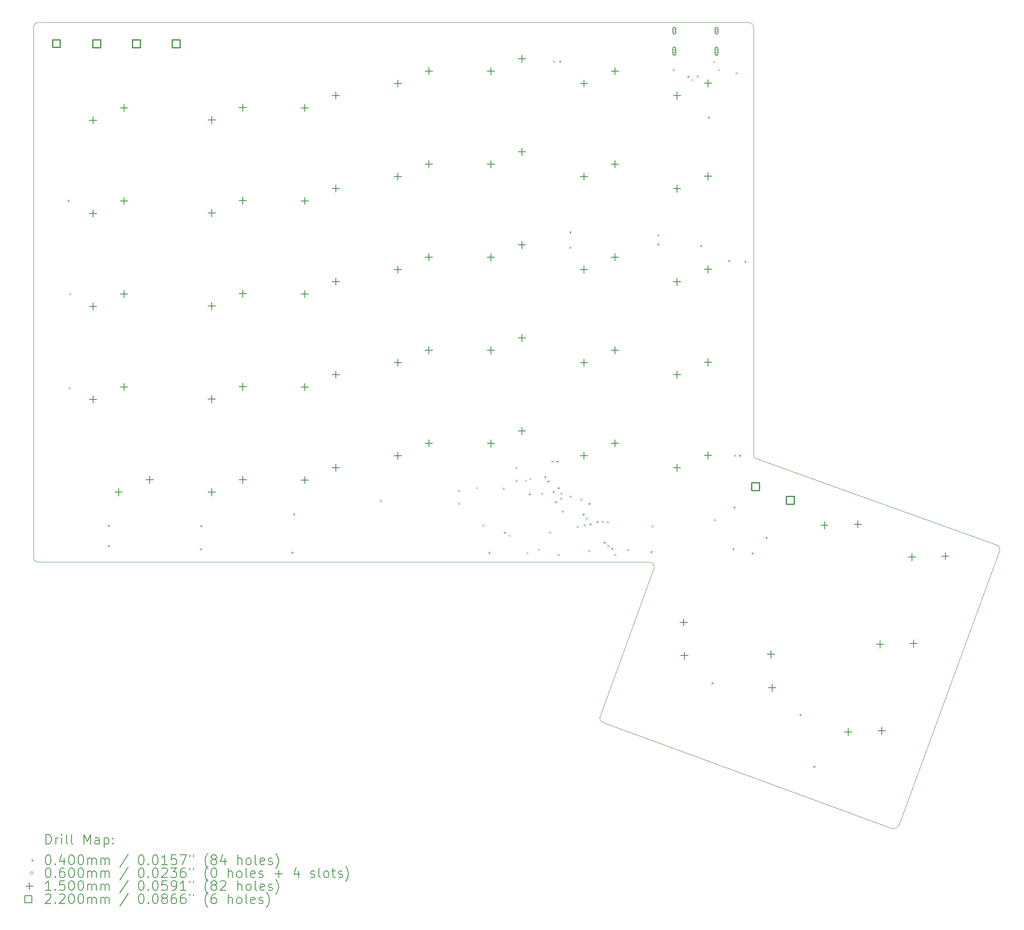
<source format=gbr>
%TF.GenerationSoftware,KiCad,Pcbnew,7.0.5*%
%TF.CreationDate,2025-01-08T15:51:52-05:00*%
%TF.ProjectId,JasonSplitErgoKeyboard_Left,4a61736f-6e53-4706-9c69-744572676f4b,rev?*%
%TF.SameCoordinates,Original*%
%TF.FileFunction,Drillmap*%
%TF.FilePolarity,Positive*%
%FSLAX45Y45*%
G04 Gerber Fmt 4.5, Leading zero omitted, Abs format (unit mm)*
G04 Created by KiCad (PCBNEW 7.0.5) date 2025-01-08 15:51:52*
%MOMM*%
%LPD*%
G01*
G04 APERTURE LIST*
%ADD10C,0.100000*%
%ADD11C,0.200000*%
%ADD12C,0.040000*%
%ADD13C,0.060000*%
%ADD14C,0.150000*%
%ADD15C,0.220000*%
G04 APERTURE END LIST*
D10*
X22070007Y-19620000D02*
G75*
G03*
X22136474Y-19720000I108443J-10D01*
G01*
X25219999Y-5490711D02*
G75*
G03*
X25120000Y-5390711I-99999J1D01*
G01*
X23190000Y-16540000D02*
G75*
G03*
X23090000Y-16440000I-100000J0D01*
G01*
X28052000Y-21890000D02*
G75*
G03*
X28197612Y-21811122I40000J100000D01*
G01*
X22070000Y-19620000D02*
X23190000Y-16540000D01*
X28052000Y-21890000D02*
X22136474Y-19720000D01*
X30260000Y-16200000D02*
G75*
G03*
X30180000Y-16080000I-100000J20000D01*
G01*
X10580000Y-5390710D02*
G75*
G03*
X10480000Y-5490711I0J-100000D01*
G01*
X25220000Y-5490711D02*
X25220000Y-14262624D01*
X10480000Y-16340000D02*
G75*
G03*
X10580000Y-16440000I100000J0D01*
G01*
X23090000Y-16440000D02*
X10580000Y-16440000D01*
X10480000Y-5490711D02*
X10480000Y-16340000D01*
X28197612Y-21811122D02*
X30260000Y-16200000D01*
X25283578Y-14320000D02*
X30180000Y-16080000D01*
X10580000Y-5390711D02*
X25120000Y-5390711D01*
X25220000Y-14262624D02*
G75*
G03*
X25283578Y-14320000I80000J24734D01*
G01*
D11*
D12*
X11172000Y-9021000D02*
X11212000Y-9061000D01*
X11212000Y-9021000D02*
X11172000Y-9061000D01*
X11196000Y-12855000D02*
X11236000Y-12895000D01*
X11236000Y-12855000D02*
X11196000Y-12895000D01*
X11213000Y-10928000D02*
X11253000Y-10968000D01*
X11253000Y-10928000D02*
X11213000Y-10968000D01*
X11999000Y-15671000D02*
X12039000Y-15711000D01*
X12039000Y-15671000D02*
X11999000Y-15711000D01*
X12000000Y-16086450D02*
X12040000Y-16126450D01*
X12040000Y-16086450D02*
X12000000Y-16126450D01*
X13888000Y-16153900D02*
X13928000Y-16193900D01*
X13928000Y-16153900D02*
X13888000Y-16193900D01*
X13893000Y-15679000D02*
X13933000Y-15719000D01*
X13933000Y-15679000D02*
X13893000Y-15719000D01*
X15756000Y-16221350D02*
X15796000Y-16261350D01*
X15796000Y-16221350D02*
X15756000Y-16261350D01*
X15794000Y-15439000D02*
X15834000Y-15479000D01*
X15834000Y-15439000D02*
X15794000Y-15479000D01*
X17566000Y-15168000D02*
X17606000Y-15208000D01*
X17606000Y-15168000D02*
X17566000Y-15208000D01*
X19169000Y-14953000D02*
X19209000Y-14993000D01*
X19209000Y-14953000D02*
X19169000Y-14993000D01*
X19169000Y-15221000D02*
X19209000Y-15261000D01*
X19209000Y-15221000D02*
X19169000Y-15261000D01*
X19538000Y-14902000D02*
X19578000Y-14942000D01*
X19578000Y-14902000D02*
X19538000Y-14942000D01*
X19666000Y-15669000D02*
X19706000Y-15709000D01*
X19706000Y-15669000D02*
X19666000Y-15709000D01*
X19790000Y-16225000D02*
X19830000Y-16265000D01*
X19830000Y-16225000D02*
X19790000Y-16265000D01*
X20085000Y-14914000D02*
X20125000Y-14954000D01*
X20125000Y-14914000D02*
X20085000Y-14954000D01*
X20105986Y-15814450D02*
X20145986Y-15854450D01*
X20145986Y-15814450D02*
X20105986Y-15854450D01*
X20207000Y-15875000D02*
X20247000Y-15915000D01*
X20247000Y-15875000D02*
X20207000Y-15915000D01*
X20347000Y-14490000D02*
X20387000Y-14530000D01*
X20387000Y-14490000D02*
X20347000Y-14530000D01*
X20347000Y-14751000D02*
X20387000Y-14791000D01*
X20387000Y-14751000D02*
X20347000Y-14791000D01*
X20535000Y-14748000D02*
X20575000Y-14788000D01*
X20575000Y-14748000D02*
X20535000Y-14788000D01*
X20571000Y-16231000D02*
X20611000Y-16271000D01*
X20611000Y-16231000D02*
X20571000Y-16271000D01*
X20616550Y-15028047D02*
X20656550Y-15068047D01*
X20656550Y-15028047D02*
X20616550Y-15068047D01*
X20628855Y-14713630D02*
X20668855Y-14753630D01*
X20668855Y-14713630D02*
X20628855Y-14753630D01*
X20806161Y-16161839D02*
X20846161Y-16201839D01*
X20846161Y-16161839D02*
X20806161Y-16201839D01*
X20870450Y-15013400D02*
X20910450Y-15053400D01*
X20910450Y-15013400D02*
X20870450Y-15053400D01*
X20933000Y-14679000D02*
X20973000Y-14719000D01*
X20973000Y-14679000D02*
X20933000Y-14719000D01*
X20999087Y-14766550D02*
X21039087Y-14806550D01*
X21039087Y-14766550D02*
X20999087Y-14806550D01*
X21028825Y-15811999D02*
X21068825Y-15851999D01*
X21068825Y-15811999D02*
X21028825Y-15851999D01*
X21083000Y-14352000D02*
X21123000Y-14392000D01*
X21123000Y-14352000D02*
X21083000Y-14392000D01*
X21103251Y-14978400D02*
X21143251Y-15018400D01*
X21143251Y-14978400D02*
X21103251Y-15018400D01*
X21119000Y-6165000D02*
X21159000Y-6205000D01*
X21159000Y-6165000D02*
X21119000Y-6205000D01*
X21149000Y-15188000D02*
X21189000Y-15228000D01*
X21189000Y-15188000D02*
X21149000Y-15228000D01*
X21183000Y-14360000D02*
X21223000Y-14400000D01*
X21223000Y-14360000D02*
X21183000Y-14400000D01*
X21212000Y-14901450D02*
X21252000Y-14941450D01*
X21252000Y-14901450D02*
X21212000Y-14941450D01*
X21212000Y-16271000D02*
X21252000Y-16311000D01*
X21252000Y-16271000D02*
X21212000Y-16311000D01*
X21239000Y-6166000D02*
X21279000Y-6206000D01*
X21279000Y-6166000D02*
X21239000Y-6206000D01*
X21257991Y-15114943D02*
X21297991Y-15154943D01*
X21297991Y-15114943D02*
X21257991Y-15154943D01*
X21269089Y-15015611D02*
X21309089Y-15055611D01*
X21309089Y-15015611D02*
X21269089Y-15055611D01*
X21291000Y-15376450D02*
X21331000Y-15416450D01*
X21331000Y-15376450D02*
X21291000Y-15416450D01*
X21447000Y-9976000D02*
X21487000Y-10016000D01*
X21487000Y-9976000D02*
X21447000Y-10016000D01*
X21450000Y-9667000D02*
X21490000Y-9707000D01*
X21490000Y-9667000D02*
X21450000Y-9707000D01*
X21456150Y-15073302D02*
X21496150Y-15113302D01*
X21496150Y-15073302D02*
X21456150Y-15113302D01*
X21596000Y-15689550D02*
X21636000Y-15729550D01*
X21636000Y-15689550D02*
X21596000Y-15729550D01*
X21673000Y-15136000D02*
X21713000Y-15176000D01*
X21713000Y-15136000D02*
X21673000Y-15176000D01*
X21718370Y-15443852D02*
X21758370Y-15483852D01*
X21758370Y-15443852D02*
X21718370Y-15483852D01*
X21741000Y-15656000D02*
X21781000Y-15696000D01*
X21781000Y-15656000D02*
X21741000Y-15696000D01*
X21782580Y-15520450D02*
X21822580Y-15560450D01*
X21822580Y-15520450D02*
X21782580Y-15560450D01*
X21835000Y-15222550D02*
X21875000Y-15262550D01*
X21875000Y-15222550D02*
X21835000Y-15262550D01*
X21835000Y-16182000D02*
X21875000Y-16222000D01*
X21875000Y-16182000D02*
X21835000Y-16222000D01*
X21863000Y-15645000D02*
X21903000Y-15685000D01*
X21903000Y-15645000D02*
X21863000Y-15685000D01*
X22007595Y-15595794D02*
X22047595Y-15635794D01*
X22047595Y-15595794D02*
X22007595Y-15635794D01*
X22118000Y-15593199D02*
X22158000Y-15633199D01*
X22158000Y-15593199D02*
X22118000Y-15633199D01*
X22149000Y-16019000D02*
X22189000Y-16059000D01*
X22189000Y-16019000D02*
X22149000Y-16059000D01*
X22217776Y-15599105D02*
X22257776Y-15639105D01*
X22257776Y-15599105D02*
X22217776Y-15639105D01*
X22225453Y-16083381D02*
X22265453Y-16123381D01*
X22265453Y-16083381D02*
X22225453Y-16123381D01*
X22304949Y-16143965D02*
X22344949Y-16183965D01*
X22344949Y-16143965D02*
X22304949Y-16183965D01*
X22372024Y-16267738D02*
X22412024Y-16307738D01*
X22412024Y-16267738D02*
X22372024Y-16307738D01*
X22633500Y-16169611D02*
X22673500Y-16209611D01*
X22673500Y-16169611D02*
X22633500Y-16209611D01*
X23110000Y-16210000D02*
X23150000Y-16250000D01*
X23150000Y-16210000D02*
X23110000Y-16250000D01*
X23130000Y-15686500D02*
X23170000Y-15726500D01*
X23170000Y-15686500D02*
X23130000Y-15726500D01*
X23247000Y-9914000D02*
X23287000Y-9954000D01*
X23287000Y-9914000D02*
X23247000Y-9954000D01*
X23252000Y-9721000D02*
X23292000Y-9761000D01*
X23292000Y-9721000D02*
X23252000Y-9761000D01*
X23564000Y-6337000D02*
X23604000Y-6377000D01*
X23604000Y-6337000D02*
X23564000Y-6377000D01*
X23862450Y-6479000D02*
X23902450Y-6519000D01*
X23902450Y-6479000D02*
X23862450Y-6519000D01*
X23948000Y-6543550D02*
X23988000Y-6583550D01*
X23988000Y-6543550D02*
X23948000Y-6583550D01*
X24056000Y-6475000D02*
X24096000Y-6515000D01*
X24096000Y-6475000D02*
X24056000Y-6515000D01*
X24125000Y-9946000D02*
X24165000Y-9986000D01*
X24165000Y-9946000D02*
X24125000Y-9986000D01*
X24287000Y-7318000D02*
X24327000Y-7358000D01*
X24327000Y-7318000D02*
X24287000Y-7358000D01*
X24357000Y-18898000D02*
X24397000Y-18938000D01*
X24397000Y-18898000D02*
X24357000Y-18938000D01*
X24397000Y-6171000D02*
X24437000Y-6211000D01*
X24437000Y-6171000D02*
X24397000Y-6211000D01*
X24408000Y-15554000D02*
X24448000Y-15594000D01*
X24448000Y-15554000D02*
X24408000Y-15594000D01*
X24490000Y-6342000D02*
X24530000Y-6382000D01*
X24530000Y-6342000D02*
X24490000Y-6382000D01*
X24700000Y-10252000D02*
X24740000Y-10292000D01*
X24740000Y-10252000D02*
X24700000Y-10292000D01*
X24787000Y-16149000D02*
X24827000Y-16189000D01*
X24827000Y-16149000D02*
X24787000Y-16189000D01*
X24806000Y-15299550D02*
X24846000Y-15339550D01*
X24846000Y-15299550D02*
X24806000Y-15339550D01*
X24823000Y-14239000D02*
X24863000Y-14279000D01*
X24863000Y-14239000D02*
X24823000Y-14279000D01*
X24849000Y-6405000D02*
X24889000Y-6445000D01*
X24889000Y-6405000D02*
X24849000Y-6445000D01*
X24922950Y-14239000D02*
X24962950Y-14279000D01*
X24962950Y-14239000D02*
X24922950Y-14279000D01*
X25033000Y-10265000D02*
X25073000Y-10305000D01*
X25073000Y-10265000D02*
X25033000Y-10305000D01*
X25179961Y-16237550D02*
X25219961Y-16277550D01*
X25219961Y-16237550D02*
X25179961Y-16277550D01*
X25462550Y-15922961D02*
X25502550Y-15962961D01*
X25502550Y-15922961D02*
X25462550Y-15962961D01*
X26158000Y-19543000D02*
X26198000Y-19583000D01*
X26198000Y-19543000D02*
X26158000Y-19583000D01*
X26440000Y-20607000D02*
X26480000Y-20647000D01*
X26480000Y-20607000D02*
X26440000Y-20647000D01*
D13*
X23629000Y-5558000D02*
G75*
G03*
X23629000Y-5558000I-30000J0D01*
G01*
D11*
X23569000Y-5518000D02*
X23569000Y-5598000D01*
X23569000Y-5598000D02*
G75*
G03*
X23629000Y-5598000I30000J0D01*
G01*
X23629000Y-5598000D02*
X23629000Y-5518000D01*
X23629000Y-5518000D02*
G75*
G03*
X23569000Y-5518000I-30000J0D01*
G01*
D13*
X23629000Y-5978000D02*
G75*
G03*
X23629000Y-5978000I-30000J0D01*
G01*
D11*
X23569000Y-5923000D02*
X23569000Y-6033000D01*
X23569000Y-6033000D02*
G75*
G03*
X23629000Y-6033000I30000J0D01*
G01*
X23629000Y-6033000D02*
X23629000Y-5923000D01*
X23629000Y-5923000D02*
G75*
G03*
X23569000Y-5923000I-30000J0D01*
G01*
D13*
X24493000Y-5558000D02*
G75*
G03*
X24493000Y-5558000I-30000J0D01*
G01*
D11*
X24433000Y-5518000D02*
X24433000Y-5598000D01*
X24433000Y-5598000D02*
G75*
G03*
X24493000Y-5598000I30000J0D01*
G01*
X24493000Y-5598000D02*
X24493000Y-5518000D01*
X24493000Y-5518000D02*
G75*
G03*
X24433000Y-5518000I-30000J0D01*
G01*
D13*
X24493000Y-5978000D02*
G75*
G03*
X24493000Y-5978000I-30000J0D01*
G01*
D11*
X24433000Y-5923000D02*
X24433000Y-6033000D01*
X24433000Y-6033000D02*
G75*
G03*
X24493000Y-6033000I30000J0D01*
G01*
X24493000Y-6033000D02*
X24493000Y-5923000D01*
X24493000Y-5923000D02*
G75*
G03*
X24433000Y-5923000I-30000J0D01*
G01*
D14*
X11697000Y-7315000D02*
X11697000Y-7465000D01*
X11622000Y-7390000D02*
X11772000Y-7390000D01*
X11697000Y-9220000D02*
X11697000Y-9370000D01*
X11622000Y-9295000D02*
X11772000Y-9295000D01*
X11697000Y-11125000D02*
X11697000Y-11275000D01*
X11622000Y-11200000D02*
X11772000Y-11200000D01*
X11697000Y-13030000D02*
X11697000Y-13180000D01*
X11622000Y-13105000D02*
X11772000Y-13105000D01*
X12223000Y-14932000D02*
X12223000Y-15082000D01*
X12148000Y-15007000D02*
X12298000Y-15007000D01*
X12332000Y-7061000D02*
X12332000Y-7211000D01*
X12257000Y-7136000D02*
X12407000Y-7136000D01*
X12332000Y-8966000D02*
X12332000Y-9116000D01*
X12257000Y-9041000D02*
X12407000Y-9041000D01*
X12332000Y-10871000D02*
X12332000Y-11021000D01*
X12257000Y-10946000D02*
X12407000Y-10946000D01*
X12332000Y-12776000D02*
X12332000Y-12926000D01*
X12257000Y-12851000D02*
X12407000Y-12851000D01*
X12858000Y-14678000D02*
X12858000Y-14828000D01*
X12783000Y-14753000D02*
X12933000Y-14753000D01*
X14130000Y-7312000D02*
X14130000Y-7462000D01*
X14055000Y-7387000D02*
X14205000Y-7387000D01*
X14130000Y-9217000D02*
X14130000Y-9367000D01*
X14055000Y-9292000D02*
X14205000Y-9292000D01*
X14130000Y-11122000D02*
X14130000Y-11272000D01*
X14055000Y-11197000D02*
X14205000Y-11197000D01*
X14130000Y-13027000D02*
X14130000Y-13177000D01*
X14055000Y-13102000D02*
X14205000Y-13102000D01*
X14130000Y-14932000D02*
X14130000Y-15082000D01*
X14055000Y-15007000D02*
X14205000Y-15007000D01*
X14765000Y-7058000D02*
X14765000Y-7208000D01*
X14690000Y-7133000D02*
X14840000Y-7133000D01*
X14765000Y-8963000D02*
X14765000Y-9113000D01*
X14690000Y-9038000D02*
X14840000Y-9038000D01*
X14765000Y-10868000D02*
X14765000Y-11018000D01*
X14690000Y-10943000D02*
X14840000Y-10943000D01*
X14765000Y-12773000D02*
X14765000Y-12923000D01*
X14690000Y-12848000D02*
X14840000Y-12848000D01*
X14765000Y-14678000D02*
X14765000Y-14828000D01*
X14690000Y-14753000D02*
X14840000Y-14753000D01*
X16036000Y-7061000D02*
X16036000Y-7211000D01*
X15961000Y-7136000D02*
X16111000Y-7136000D01*
X16036000Y-8966000D02*
X16036000Y-9116000D01*
X15961000Y-9041000D02*
X16111000Y-9041000D01*
X16036000Y-10871000D02*
X16036000Y-11021000D01*
X15961000Y-10946000D02*
X16111000Y-10946000D01*
X16036000Y-12776000D02*
X16036000Y-12926000D01*
X15961000Y-12851000D02*
X16111000Y-12851000D01*
X16036000Y-14681000D02*
X16036000Y-14831000D01*
X15961000Y-14756000D02*
X16111000Y-14756000D01*
X16671000Y-6807000D02*
X16671000Y-6957000D01*
X16596000Y-6882000D02*
X16746000Y-6882000D01*
X16671000Y-8712000D02*
X16671000Y-8862000D01*
X16596000Y-8787000D02*
X16746000Y-8787000D01*
X16671000Y-10617000D02*
X16671000Y-10767000D01*
X16596000Y-10692000D02*
X16746000Y-10692000D01*
X16671000Y-12522000D02*
X16671000Y-12672000D01*
X16596000Y-12597000D02*
X16746000Y-12597000D01*
X16671000Y-14427000D02*
X16671000Y-14577000D01*
X16596000Y-14502000D02*
X16746000Y-14502000D01*
X17942000Y-6562000D02*
X17942000Y-6712000D01*
X17867000Y-6637000D02*
X18017000Y-6637000D01*
X17942000Y-8467000D02*
X17942000Y-8617000D01*
X17867000Y-8542000D02*
X18017000Y-8542000D01*
X17942000Y-10372000D02*
X17942000Y-10522000D01*
X17867000Y-10447000D02*
X18017000Y-10447000D01*
X17942000Y-12277000D02*
X17942000Y-12427000D01*
X17867000Y-12352000D02*
X18017000Y-12352000D01*
X17942000Y-14182000D02*
X17942000Y-14332000D01*
X17867000Y-14257000D02*
X18017000Y-14257000D01*
X18577000Y-6308000D02*
X18577000Y-6458000D01*
X18502000Y-6383000D02*
X18652000Y-6383000D01*
X18577000Y-8213000D02*
X18577000Y-8363000D01*
X18502000Y-8288000D02*
X18652000Y-8288000D01*
X18577000Y-10118000D02*
X18577000Y-10268000D01*
X18502000Y-10193000D02*
X18652000Y-10193000D01*
X18577000Y-12023000D02*
X18577000Y-12173000D01*
X18502000Y-12098000D02*
X18652000Y-12098000D01*
X18577000Y-13928000D02*
X18577000Y-14078000D01*
X18502000Y-14003000D02*
X18652000Y-14003000D01*
X19845000Y-6313000D02*
X19845000Y-6463000D01*
X19770000Y-6388000D02*
X19920000Y-6388000D01*
X19845000Y-8218000D02*
X19845000Y-8368000D01*
X19770000Y-8293000D02*
X19920000Y-8293000D01*
X19845000Y-10123000D02*
X19845000Y-10273000D01*
X19770000Y-10198000D02*
X19920000Y-10198000D01*
X19845000Y-12028000D02*
X19845000Y-12178000D01*
X19770000Y-12103000D02*
X19920000Y-12103000D01*
X19845000Y-13933000D02*
X19845000Y-14083000D01*
X19770000Y-14008000D02*
X19920000Y-14008000D01*
X20480000Y-6059000D02*
X20480000Y-6209000D01*
X20405000Y-6134000D02*
X20555000Y-6134000D01*
X20480000Y-7964000D02*
X20480000Y-8114000D01*
X20405000Y-8039000D02*
X20555000Y-8039000D01*
X20480000Y-9869000D02*
X20480000Y-10019000D01*
X20405000Y-9944000D02*
X20555000Y-9944000D01*
X20480000Y-11774000D02*
X20480000Y-11924000D01*
X20405000Y-11849000D02*
X20555000Y-11849000D01*
X20480000Y-13679000D02*
X20480000Y-13829000D01*
X20405000Y-13754000D02*
X20555000Y-13754000D01*
X21752000Y-6562000D02*
X21752000Y-6712000D01*
X21677000Y-6637000D02*
X21827000Y-6637000D01*
X21752000Y-8467000D02*
X21752000Y-8617000D01*
X21677000Y-8542000D02*
X21827000Y-8542000D01*
X21752000Y-10372000D02*
X21752000Y-10522000D01*
X21677000Y-10447000D02*
X21827000Y-10447000D01*
X21752000Y-12277000D02*
X21752000Y-12427000D01*
X21677000Y-12352000D02*
X21827000Y-12352000D01*
X21752000Y-14182000D02*
X21752000Y-14332000D01*
X21677000Y-14257000D02*
X21827000Y-14257000D01*
X22387000Y-6308000D02*
X22387000Y-6458000D01*
X22312000Y-6383000D02*
X22462000Y-6383000D01*
X22387000Y-8213000D02*
X22387000Y-8363000D01*
X22312000Y-8288000D02*
X22462000Y-8288000D01*
X22387000Y-10118000D02*
X22387000Y-10268000D01*
X22312000Y-10193000D02*
X22462000Y-10193000D01*
X22387000Y-12023000D02*
X22387000Y-12173000D01*
X22312000Y-12098000D02*
X22462000Y-12098000D01*
X22387000Y-13928000D02*
X22387000Y-14078000D01*
X22312000Y-14003000D02*
X22462000Y-14003000D01*
X23653000Y-6810000D02*
X23653000Y-6960000D01*
X23578000Y-6885000D02*
X23728000Y-6885000D01*
X23653000Y-8715000D02*
X23653000Y-8865000D01*
X23578000Y-8790000D02*
X23728000Y-8790000D01*
X23653000Y-10620000D02*
X23653000Y-10770000D01*
X23578000Y-10695000D02*
X23728000Y-10695000D01*
X23653000Y-12525000D02*
X23653000Y-12675000D01*
X23578000Y-12600000D02*
X23728000Y-12600000D01*
X23653000Y-14430000D02*
X23653000Y-14580000D01*
X23578000Y-14505000D02*
X23728000Y-14505000D01*
X23788501Y-17594422D02*
X23788501Y-17744422D01*
X23713501Y-17669422D02*
X23863501Y-17669422D01*
X23810000Y-18278000D02*
X23810000Y-18428000D01*
X23735000Y-18353000D02*
X23885000Y-18353000D01*
X24288000Y-6556000D02*
X24288000Y-6706000D01*
X24213000Y-6631000D02*
X24363000Y-6631000D01*
X24288000Y-8461000D02*
X24288000Y-8611000D01*
X24213000Y-8536000D02*
X24363000Y-8536000D01*
X24288000Y-10366000D02*
X24288000Y-10516000D01*
X24213000Y-10441000D02*
X24363000Y-10441000D01*
X24288000Y-12271000D02*
X24288000Y-12421000D01*
X24213000Y-12346000D02*
X24363000Y-12346000D01*
X24288000Y-14176000D02*
X24288000Y-14326000D01*
X24213000Y-14251000D02*
X24363000Y-14251000D01*
X25578509Y-18249572D02*
X25578509Y-18399572D01*
X25503509Y-18324572D02*
X25653509Y-18324572D01*
X25600008Y-18933150D02*
X25600008Y-19083150D01*
X25525008Y-19008150D02*
X25675008Y-19008150D01*
X26673850Y-15608508D02*
X26673850Y-15758508D01*
X26598850Y-15683508D02*
X26748850Y-15683508D01*
X27160850Y-19839008D02*
X27160850Y-19989008D01*
X27085850Y-19914008D02*
X27235850Y-19914008D01*
X27357428Y-15587009D02*
X27357428Y-15737009D01*
X27282428Y-15662009D02*
X27432428Y-15662009D01*
X27812850Y-18048008D02*
X27812850Y-18198008D01*
X27737850Y-18123008D02*
X27887850Y-18123008D01*
X27844428Y-19817509D02*
X27844428Y-19967509D01*
X27769428Y-19892509D02*
X27919428Y-19892509D01*
X28462214Y-16260755D02*
X28462214Y-16410755D01*
X28387214Y-16335755D02*
X28537214Y-16335755D01*
X28496428Y-18026509D02*
X28496428Y-18176509D01*
X28421428Y-18101509D02*
X28571428Y-18101509D01*
X29145792Y-16239255D02*
X29145792Y-16389255D01*
X29070792Y-16314255D02*
X29220792Y-16314255D01*
D15*
X11025783Y-5896782D02*
X11025783Y-5741217D01*
X10870218Y-5741217D01*
X10870218Y-5896782D01*
X11025783Y-5896782D01*
X11849382Y-5900582D02*
X11849382Y-5745017D01*
X11693817Y-5745017D01*
X11693817Y-5900582D01*
X11849382Y-5900582D01*
X12662182Y-5900582D02*
X12662182Y-5745017D01*
X12506617Y-5745017D01*
X12506617Y-5900582D01*
X12662182Y-5900582D01*
X13474982Y-5900582D02*
X13474982Y-5745017D01*
X13319417Y-5745017D01*
X13319417Y-5900582D01*
X13474982Y-5900582D01*
X25336782Y-14968382D02*
X25336782Y-14812817D01*
X25181217Y-14812817D01*
X25181217Y-14968382D01*
X25336782Y-14968382D01*
X26047982Y-15247782D02*
X26047982Y-15092217D01*
X25892417Y-15092217D01*
X25892417Y-15247782D01*
X26047982Y-15247782D01*
D11*
X10735777Y-22214187D02*
X10735777Y-22014187D01*
X10735777Y-22014187D02*
X10783396Y-22014187D01*
X10783396Y-22014187D02*
X10811967Y-22023711D01*
X10811967Y-22023711D02*
X10831015Y-22042758D01*
X10831015Y-22042758D02*
X10840539Y-22061806D01*
X10840539Y-22061806D02*
X10850063Y-22099901D01*
X10850063Y-22099901D02*
X10850063Y-22128473D01*
X10850063Y-22128473D02*
X10840539Y-22166568D01*
X10840539Y-22166568D02*
X10831015Y-22185616D01*
X10831015Y-22185616D02*
X10811967Y-22204663D01*
X10811967Y-22204663D02*
X10783396Y-22214187D01*
X10783396Y-22214187D02*
X10735777Y-22214187D01*
X10935777Y-22214187D02*
X10935777Y-22080854D01*
X10935777Y-22118949D02*
X10945301Y-22099901D01*
X10945301Y-22099901D02*
X10954824Y-22090377D01*
X10954824Y-22090377D02*
X10973872Y-22080854D01*
X10973872Y-22080854D02*
X10992920Y-22080854D01*
X11059586Y-22214187D02*
X11059586Y-22080854D01*
X11059586Y-22014187D02*
X11050063Y-22023711D01*
X11050063Y-22023711D02*
X11059586Y-22033235D01*
X11059586Y-22033235D02*
X11069110Y-22023711D01*
X11069110Y-22023711D02*
X11059586Y-22014187D01*
X11059586Y-22014187D02*
X11059586Y-22033235D01*
X11183396Y-22214187D02*
X11164348Y-22204663D01*
X11164348Y-22204663D02*
X11154824Y-22185616D01*
X11154824Y-22185616D02*
X11154824Y-22014187D01*
X11288158Y-22214187D02*
X11269110Y-22204663D01*
X11269110Y-22204663D02*
X11259586Y-22185616D01*
X11259586Y-22185616D02*
X11259586Y-22014187D01*
X11516729Y-22214187D02*
X11516729Y-22014187D01*
X11516729Y-22014187D02*
X11583396Y-22157044D01*
X11583396Y-22157044D02*
X11650062Y-22014187D01*
X11650062Y-22014187D02*
X11650062Y-22214187D01*
X11831015Y-22214187D02*
X11831015Y-22109425D01*
X11831015Y-22109425D02*
X11821491Y-22090377D01*
X11821491Y-22090377D02*
X11802443Y-22080854D01*
X11802443Y-22080854D02*
X11764348Y-22080854D01*
X11764348Y-22080854D02*
X11745301Y-22090377D01*
X11831015Y-22204663D02*
X11811967Y-22214187D01*
X11811967Y-22214187D02*
X11764348Y-22214187D01*
X11764348Y-22214187D02*
X11745301Y-22204663D01*
X11745301Y-22204663D02*
X11735777Y-22185616D01*
X11735777Y-22185616D02*
X11735777Y-22166568D01*
X11735777Y-22166568D02*
X11745301Y-22147520D01*
X11745301Y-22147520D02*
X11764348Y-22137997D01*
X11764348Y-22137997D02*
X11811967Y-22137997D01*
X11811967Y-22137997D02*
X11831015Y-22128473D01*
X11926253Y-22080854D02*
X11926253Y-22280854D01*
X11926253Y-22090377D02*
X11945301Y-22080854D01*
X11945301Y-22080854D02*
X11983396Y-22080854D01*
X11983396Y-22080854D02*
X12002443Y-22090377D01*
X12002443Y-22090377D02*
X12011967Y-22099901D01*
X12011967Y-22099901D02*
X12021491Y-22118949D01*
X12021491Y-22118949D02*
X12021491Y-22176092D01*
X12021491Y-22176092D02*
X12011967Y-22195139D01*
X12011967Y-22195139D02*
X12002443Y-22204663D01*
X12002443Y-22204663D02*
X11983396Y-22214187D01*
X11983396Y-22214187D02*
X11945301Y-22214187D01*
X11945301Y-22214187D02*
X11926253Y-22204663D01*
X12107205Y-22195139D02*
X12116729Y-22204663D01*
X12116729Y-22204663D02*
X12107205Y-22214187D01*
X12107205Y-22214187D02*
X12097682Y-22204663D01*
X12097682Y-22204663D02*
X12107205Y-22195139D01*
X12107205Y-22195139D02*
X12107205Y-22214187D01*
X12107205Y-22090377D02*
X12116729Y-22099901D01*
X12116729Y-22099901D02*
X12107205Y-22109425D01*
X12107205Y-22109425D02*
X12097682Y-22099901D01*
X12097682Y-22099901D02*
X12107205Y-22090377D01*
X12107205Y-22090377D02*
X12107205Y-22109425D01*
D12*
X10435000Y-22522703D02*
X10475000Y-22562703D01*
X10475000Y-22522703D02*
X10435000Y-22562703D01*
D11*
X10773872Y-22434187D02*
X10792920Y-22434187D01*
X10792920Y-22434187D02*
X10811967Y-22443711D01*
X10811967Y-22443711D02*
X10821491Y-22453235D01*
X10821491Y-22453235D02*
X10831015Y-22472282D01*
X10831015Y-22472282D02*
X10840539Y-22510377D01*
X10840539Y-22510377D02*
X10840539Y-22557996D01*
X10840539Y-22557996D02*
X10831015Y-22596092D01*
X10831015Y-22596092D02*
X10821491Y-22615139D01*
X10821491Y-22615139D02*
X10811967Y-22624663D01*
X10811967Y-22624663D02*
X10792920Y-22634187D01*
X10792920Y-22634187D02*
X10773872Y-22634187D01*
X10773872Y-22634187D02*
X10754824Y-22624663D01*
X10754824Y-22624663D02*
X10745301Y-22615139D01*
X10745301Y-22615139D02*
X10735777Y-22596092D01*
X10735777Y-22596092D02*
X10726253Y-22557996D01*
X10726253Y-22557996D02*
X10726253Y-22510377D01*
X10726253Y-22510377D02*
X10735777Y-22472282D01*
X10735777Y-22472282D02*
X10745301Y-22453235D01*
X10745301Y-22453235D02*
X10754824Y-22443711D01*
X10754824Y-22443711D02*
X10773872Y-22434187D01*
X10926253Y-22615139D02*
X10935777Y-22624663D01*
X10935777Y-22624663D02*
X10926253Y-22634187D01*
X10926253Y-22634187D02*
X10916729Y-22624663D01*
X10916729Y-22624663D02*
X10926253Y-22615139D01*
X10926253Y-22615139D02*
X10926253Y-22634187D01*
X11107205Y-22500854D02*
X11107205Y-22634187D01*
X11059586Y-22424663D02*
X11011967Y-22567520D01*
X11011967Y-22567520D02*
X11135777Y-22567520D01*
X11250062Y-22434187D02*
X11269110Y-22434187D01*
X11269110Y-22434187D02*
X11288158Y-22443711D01*
X11288158Y-22443711D02*
X11297682Y-22453235D01*
X11297682Y-22453235D02*
X11307205Y-22472282D01*
X11307205Y-22472282D02*
X11316729Y-22510377D01*
X11316729Y-22510377D02*
X11316729Y-22557996D01*
X11316729Y-22557996D02*
X11307205Y-22596092D01*
X11307205Y-22596092D02*
X11297682Y-22615139D01*
X11297682Y-22615139D02*
X11288158Y-22624663D01*
X11288158Y-22624663D02*
X11269110Y-22634187D01*
X11269110Y-22634187D02*
X11250062Y-22634187D01*
X11250062Y-22634187D02*
X11231015Y-22624663D01*
X11231015Y-22624663D02*
X11221491Y-22615139D01*
X11221491Y-22615139D02*
X11211967Y-22596092D01*
X11211967Y-22596092D02*
X11202443Y-22557996D01*
X11202443Y-22557996D02*
X11202443Y-22510377D01*
X11202443Y-22510377D02*
X11211967Y-22472282D01*
X11211967Y-22472282D02*
X11221491Y-22453235D01*
X11221491Y-22453235D02*
X11231015Y-22443711D01*
X11231015Y-22443711D02*
X11250062Y-22434187D01*
X11440539Y-22434187D02*
X11459586Y-22434187D01*
X11459586Y-22434187D02*
X11478634Y-22443711D01*
X11478634Y-22443711D02*
X11488158Y-22453235D01*
X11488158Y-22453235D02*
X11497682Y-22472282D01*
X11497682Y-22472282D02*
X11507205Y-22510377D01*
X11507205Y-22510377D02*
X11507205Y-22557996D01*
X11507205Y-22557996D02*
X11497682Y-22596092D01*
X11497682Y-22596092D02*
X11488158Y-22615139D01*
X11488158Y-22615139D02*
X11478634Y-22624663D01*
X11478634Y-22624663D02*
X11459586Y-22634187D01*
X11459586Y-22634187D02*
X11440539Y-22634187D01*
X11440539Y-22634187D02*
X11421491Y-22624663D01*
X11421491Y-22624663D02*
X11411967Y-22615139D01*
X11411967Y-22615139D02*
X11402443Y-22596092D01*
X11402443Y-22596092D02*
X11392920Y-22557996D01*
X11392920Y-22557996D02*
X11392920Y-22510377D01*
X11392920Y-22510377D02*
X11402443Y-22472282D01*
X11402443Y-22472282D02*
X11411967Y-22453235D01*
X11411967Y-22453235D02*
X11421491Y-22443711D01*
X11421491Y-22443711D02*
X11440539Y-22434187D01*
X11592920Y-22634187D02*
X11592920Y-22500854D01*
X11592920Y-22519901D02*
X11602443Y-22510377D01*
X11602443Y-22510377D02*
X11621491Y-22500854D01*
X11621491Y-22500854D02*
X11650063Y-22500854D01*
X11650063Y-22500854D02*
X11669110Y-22510377D01*
X11669110Y-22510377D02*
X11678634Y-22529425D01*
X11678634Y-22529425D02*
X11678634Y-22634187D01*
X11678634Y-22529425D02*
X11688158Y-22510377D01*
X11688158Y-22510377D02*
X11707205Y-22500854D01*
X11707205Y-22500854D02*
X11735777Y-22500854D01*
X11735777Y-22500854D02*
X11754824Y-22510377D01*
X11754824Y-22510377D02*
X11764348Y-22529425D01*
X11764348Y-22529425D02*
X11764348Y-22634187D01*
X11859586Y-22634187D02*
X11859586Y-22500854D01*
X11859586Y-22519901D02*
X11869110Y-22510377D01*
X11869110Y-22510377D02*
X11888158Y-22500854D01*
X11888158Y-22500854D02*
X11916729Y-22500854D01*
X11916729Y-22500854D02*
X11935777Y-22510377D01*
X11935777Y-22510377D02*
X11945301Y-22529425D01*
X11945301Y-22529425D02*
X11945301Y-22634187D01*
X11945301Y-22529425D02*
X11954824Y-22510377D01*
X11954824Y-22510377D02*
X11973872Y-22500854D01*
X11973872Y-22500854D02*
X12002443Y-22500854D01*
X12002443Y-22500854D02*
X12021491Y-22510377D01*
X12021491Y-22510377D02*
X12031015Y-22529425D01*
X12031015Y-22529425D02*
X12031015Y-22634187D01*
X12421491Y-22424663D02*
X12250063Y-22681806D01*
X12678634Y-22434187D02*
X12697682Y-22434187D01*
X12697682Y-22434187D02*
X12716729Y-22443711D01*
X12716729Y-22443711D02*
X12726253Y-22453235D01*
X12726253Y-22453235D02*
X12735777Y-22472282D01*
X12735777Y-22472282D02*
X12745301Y-22510377D01*
X12745301Y-22510377D02*
X12745301Y-22557996D01*
X12745301Y-22557996D02*
X12735777Y-22596092D01*
X12735777Y-22596092D02*
X12726253Y-22615139D01*
X12726253Y-22615139D02*
X12716729Y-22624663D01*
X12716729Y-22624663D02*
X12697682Y-22634187D01*
X12697682Y-22634187D02*
X12678634Y-22634187D01*
X12678634Y-22634187D02*
X12659586Y-22624663D01*
X12659586Y-22624663D02*
X12650063Y-22615139D01*
X12650063Y-22615139D02*
X12640539Y-22596092D01*
X12640539Y-22596092D02*
X12631015Y-22557996D01*
X12631015Y-22557996D02*
X12631015Y-22510377D01*
X12631015Y-22510377D02*
X12640539Y-22472282D01*
X12640539Y-22472282D02*
X12650063Y-22453235D01*
X12650063Y-22453235D02*
X12659586Y-22443711D01*
X12659586Y-22443711D02*
X12678634Y-22434187D01*
X12831015Y-22615139D02*
X12840539Y-22624663D01*
X12840539Y-22624663D02*
X12831015Y-22634187D01*
X12831015Y-22634187D02*
X12821491Y-22624663D01*
X12821491Y-22624663D02*
X12831015Y-22615139D01*
X12831015Y-22615139D02*
X12831015Y-22634187D01*
X12964348Y-22434187D02*
X12983396Y-22434187D01*
X12983396Y-22434187D02*
X13002444Y-22443711D01*
X13002444Y-22443711D02*
X13011967Y-22453235D01*
X13011967Y-22453235D02*
X13021491Y-22472282D01*
X13021491Y-22472282D02*
X13031015Y-22510377D01*
X13031015Y-22510377D02*
X13031015Y-22557996D01*
X13031015Y-22557996D02*
X13021491Y-22596092D01*
X13021491Y-22596092D02*
X13011967Y-22615139D01*
X13011967Y-22615139D02*
X13002444Y-22624663D01*
X13002444Y-22624663D02*
X12983396Y-22634187D01*
X12983396Y-22634187D02*
X12964348Y-22634187D01*
X12964348Y-22634187D02*
X12945301Y-22624663D01*
X12945301Y-22624663D02*
X12935777Y-22615139D01*
X12935777Y-22615139D02*
X12926253Y-22596092D01*
X12926253Y-22596092D02*
X12916729Y-22557996D01*
X12916729Y-22557996D02*
X12916729Y-22510377D01*
X12916729Y-22510377D02*
X12926253Y-22472282D01*
X12926253Y-22472282D02*
X12935777Y-22453235D01*
X12935777Y-22453235D02*
X12945301Y-22443711D01*
X12945301Y-22443711D02*
X12964348Y-22434187D01*
X13221491Y-22634187D02*
X13107206Y-22634187D01*
X13164348Y-22634187D02*
X13164348Y-22434187D01*
X13164348Y-22434187D02*
X13145301Y-22462758D01*
X13145301Y-22462758D02*
X13126253Y-22481806D01*
X13126253Y-22481806D02*
X13107206Y-22491330D01*
X13402444Y-22434187D02*
X13307206Y-22434187D01*
X13307206Y-22434187D02*
X13297682Y-22529425D01*
X13297682Y-22529425D02*
X13307206Y-22519901D01*
X13307206Y-22519901D02*
X13326253Y-22510377D01*
X13326253Y-22510377D02*
X13373872Y-22510377D01*
X13373872Y-22510377D02*
X13392920Y-22519901D01*
X13392920Y-22519901D02*
X13402444Y-22529425D01*
X13402444Y-22529425D02*
X13411967Y-22548473D01*
X13411967Y-22548473D02*
X13411967Y-22596092D01*
X13411967Y-22596092D02*
X13402444Y-22615139D01*
X13402444Y-22615139D02*
X13392920Y-22624663D01*
X13392920Y-22624663D02*
X13373872Y-22634187D01*
X13373872Y-22634187D02*
X13326253Y-22634187D01*
X13326253Y-22634187D02*
X13307206Y-22624663D01*
X13307206Y-22624663D02*
X13297682Y-22615139D01*
X13478634Y-22434187D02*
X13611967Y-22434187D01*
X13611967Y-22434187D02*
X13526253Y-22634187D01*
X13678634Y-22434187D02*
X13678634Y-22472282D01*
X13754825Y-22434187D02*
X13754825Y-22472282D01*
X14050063Y-22710377D02*
X14040539Y-22700854D01*
X14040539Y-22700854D02*
X14021491Y-22672282D01*
X14021491Y-22672282D02*
X14011968Y-22653235D01*
X14011968Y-22653235D02*
X14002444Y-22624663D01*
X14002444Y-22624663D02*
X13992920Y-22577044D01*
X13992920Y-22577044D02*
X13992920Y-22538949D01*
X13992920Y-22538949D02*
X14002444Y-22491330D01*
X14002444Y-22491330D02*
X14011968Y-22462758D01*
X14011968Y-22462758D02*
X14021491Y-22443711D01*
X14021491Y-22443711D02*
X14040539Y-22415139D01*
X14040539Y-22415139D02*
X14050063Y-22405615D01*
X14154825Y-22519901D02*
X14135777Y-22510377D01*
X14135777Y-22510377D02*
X14126253Y-22500854D01*
X14126253Y-22500854D02*
X14116729Y-22481806D01*
X14116729Y-22481806D02*
X14116729Y-22472282D01*
X14116729Y-22472282D02*
X14126253Y-22453235D01*
X14126253Y-22453235D02*
X14135777Y-22443711D01*
X14135777Y-22443711D02*
X14154825Y-22434187D01*
X14154825Y-22434187D02*
X14192920Y-22434187D01*
X14192920Y-22434187D02*
X14211968Y-22443711D01*
X14211968Y-22443711D02*
X14221491Y-22453235D01*
X14221491Y-22453235D02*
X14231015Y-22472282D01*
X14231015Y-22472282D02*
X14231015Y-22481806D01*
X14231015Y-22481806D02*
X14221491Y-22500854D01*
X14221491Y-22500854D02*
X14211968Y-22510377D01*
X14211968Y-22510377D02*
X14192920Y-22519901D01*
X14192920Y-22519901D02*
X14154825Y-22519901D01*
X14154825Y-22519901D02*
X14135777Y-22529425D01*
X14135777Y-22529425D02*
X14126253Y-22538949D01*
X14126253Y-22538949D02*
X14116729Y-22557996D01*
X14116729Y-22557996D02*
X14116729Y-22596092D01*
X14116729Y-22596092D02*
X14126253Y-22615139D01*
X14126253Y-22615139D02*
X14135777Y-22624663D01*
X14135777Y-22624663D02*
X14154825Y-22634187D01*
X14154825Y-22634187D02*
X14192920Y-22634187D01*
X14192920Y-22634187D02*
X14211968Y-22624663D01*
X14211968Y-22624663D02*
X14221491Y-22615139D01*
X14221491Y-22615139D02*
X14231015Y-22596092D01*
X14231015Y-22596092D02*
X14231015Y-22557996D01*
X14231015Y-22557996D02*
X14221491Y-22538949D01*
X14221491Y-22538949D02*
X14211968Y-22529425D01*
X14211968Y-22529425D02*
X14192920Y-22519901D01*
X14402444Y-22500854D02*
X14402444Y-22634187D01*
X14354825Y-22424663D02*
X14307206Y-22567520D01*
X14307206Y-22567520D02*
X14431015Y-22567520D01*
X14659587Y-22634187D02*
X14659587Y-22434187D01*
X14745301Y-22634187D02*
X14745301Y-22529425D01*
X14745301Y-22529425D02*
X14735777Y-22510377D01*
X14735777Y-22510377D02*
X14716730Y-22500854D01*
X14716730Y-22500854D02*
X14688158Y-22500854D01*
X14688158Y-22500854D02*
X14669110Y-22510377D01*
X14669110Y-22510377D02*
X14659587Y-22519901D01*
X14869110Y-22634187D02*
X14850063Y-22624663D01*
X14850063Y-22624663D02*
X14840539Y-22615139D01*
X14840539Y-22615139D02*
X14831015Y-22596092D01*
X14831015Y-22596092D02*
X14831015Y-22538949D01*
X14831015Y-22538949D02*
X14840539Y-22519901D01*
X14840539Y-22519901D02*
X14850063Y-22510377D01*
X14850063Y-22510377D02*
X14869110Y-22500854D01*
X14869110Y-22500854D02*
X14897682Y-22500854D01*
X14897682Y-22500854D02*
X14916730Y-22510377D01*
X14916730Y-22510377D02*
X14926253Y-22519901D01*
X14926253Y-22519901D02*
X14935777Y-22538949D01*
X14935777Y-22538949D02*
X14935777Y-22596092D01*
X14935777Y-22596092D02*
X14926253Y-22615139D01*
X14926253Y-22615139D02*
X14916730Y-22624663D01*
X14916730Y-22624663D02*
X14897682Y-22634187D01*
X14897682Y-22634187D02*
X14869110Y-22634187D01*
X15050063Y-22634187D02*
X15031015Y-22624663D01*
X15031015Y-22624663D02*
X15021491Y-22605615D01*
X15021491Y-22605615D02*
X15021491Y-22434187D01*
X15202444Y-22624663D02*
X15183396Y-22634187D01*
X15183396Y-22634187D02*
X15145301Y-22634187D01*
X15145301Y-22634187D02*
X15126253Y-22624663D01*
X15126253Y-22624663D02*
X15116730Y-22605615D01*
X15116730Y-22605615D02*
X15116730Y-22529425D01*
X15116730Y-22529425D02*
X15126253Y-22510377D01*
X15126253Y-22510377D02*
X15145301Y-22500854D01*
X15145301Y-22500854D02*
X15183396Y-22500854D01*
X15183396Y-22500854D02*
X15202444Y-22510377D01*
X15202444Y-22510377D02*
X15211968Y-22529425D01*
X15211968Y-22529425D02*
X15211968Y-22548473D01*
X15211968Y-22548473D02*
X15116730Y-22567520D01*
X15288158Y-22624663D02*
X15307206Y-22634187D01*
X15307206Y-22634187D02*
X15345301Y-22634187D01*
X15345301Y-22634187D02*
X15364349Y-22624663D01*
X15364349Y-22624663D02*
X15373872Y-22605615D01*
X15373872Y-22605615D02*
X15373872Y-22596092D01*
X15373872Y-22596092D02*
X15364349Y-22577044D01*
X15364349Y-22577044D02*
X15345301Y-22567520D01*
X15345301Y-22567520D02*
X15316730Y-22567520D01*
X15316730Y-22567520D02*
X15297682Y-22557996D01*
X15297682Y-22557996D02*
X15288158Y-22538949D01*
X15288158Y-22538949D02*
X15288158Y-22529425D01*
X15288158Y-22529425D02*
X15297682Y-22510377D01*
X15297682Y-22510377D02*
X15316730Y-22500854D01*
X15316730Y-22500854D02*
X15345301Y-22500854D01*
X15345301Y-22500854D02*
X15364349Y-22510377D01*
X15440539Y-22710377D02*
X15450063Y-22700854D01*
X15450063Y-22700854D02*
X15469111Y-22672282D01*
X15469111Y-22672282D02*
X15478634Y-22653235D01*
X15478634Y-22653235D02*
X15488158Y-22624663D01*
X15488158Y-22624663D02*
X15497682Y-22577044D01*
X15497682Y-22577044D02*
X15497682Y-22538949D01*
X15497682Y-22538949D02*
X15488158Y-22491330D01*
X15488158Y-22491330D02*
X15478634Y-22462758D01*
X15478634Y-22462758D02*
X15469111Y-22443711D01*
X15469111Y-22443711D02*
X15450063Y-22415139D01*
X15450063Y-22415139D02*
X15440539Y-22405615D01*
D13*
X10475000Y-22806703D02*
G75*
G03*
X10475000Y-22806703I-30000J0D01*
G01*
D11*
X10773872Y-22698187D02*
X10792920Y-22698187D01*
X10792920Y-22698187D02*
X10811967Y-22707711D01*
X10811967Y-22707711D02*
X10821491Y-22717235D01*
X10821491Y-22717235D02*
X10831015Y-22736282D01*
X10831015Y-22736282D02*
X10840539Y-22774377D01*
X10840539Y-22774377D02*
X10840539Y-22821996D01*
X10840539Y-22821996D02*
X10831015Y-22860092D01*
X10831015Y-22860092D02*
X10821491Y-22879139D01*
X10821491Y-22879139D02*
X10811967Y-22888663D01*
X10811967Y-22888663D02*
X10792920Y-22898187D01*
X10792920Y-22898187D02*
X10773872Y-22898187D01*
X10773872Y-22898187D02*
X10754824Y-22888663D01*
X10754824Y-22888663D02*
X10745301Y-22879139D01*
X10745301Y-22879139D02*
X10735777Y-22860092D01*
X10735777Y-22860092D02*
X10726253Y-22821996D01*
X10726253Y-22821996D02*
X10726253Y-22774377D01*
X10726253Y-22774377D02*
X10735777Y-22736282D01*
X10735777Y-22736282D02*
X10745301Y-22717235D01*
X10745301Y-22717235D02*
X10754824Y-22707711D01*
X10754824Y-22707711D02*
X10773872Y-22698187D01*
X10926253Y-22879139D02*
X10935777Y-22888663D01*
X10935777Y-22888663D02*
X10926253Y-22898187D01*
X10926253Y-22898187D02*
X10916729Y-22888663D01*
X10916729Y-22888663D02*
X10926253Y-22879139D01*
X10926253Y-22879139D02*
X10926253Y-22898187D01*
X11107205Y-22698187D02*
X11069110Y-22698187D01*
X11069110Y-22698187D02*
X11050063Y-22707711D01*
X11050063Y-22707711D02*
X11040539Y-22717235D01*
X11040539Y-22717235D02*
X11021491Y-22745806D01*
X11021491Y-22745806D02*
X11011967Y-22783901D01*
X11011967Y-22783901D02*
X11011967Y-22860092D01*
X11011967Y-22860092D02*
X11021491Y-22879139D01*
X11021491Y-22879139D02*
X11031015Y-22888663D01*
X11031015Y-22888663D02*
X11050063Y-22898187D01*
X11050063Y-22898187D02*
X11088158Y-22898187D01*
X11088158Y-22898187D02*
X11107205Y-22888663D01*
X11107205Y-22888663D02*
X11116729Y-22879139D01*
X11116729Y-22879139D02*
X11126253Y-22860092D01*
X11126253Y-22860092D02*
X11126253Y-22812473D01*
X11126253Y-22812473D02*
X11116729Y-22793425D01*
X11116729Y-22793425D02*
X11107205Y-22783901D01*
X11107205Y-22783901D02*
X11088158Y-22774377D01*
X11088158Y-22774377D02*
X11050063Y-22774377D01*
X11050063Y-22774377D02*
X11031015Y-22783901D01*
X11031015Y-22783901D02*
X11021491Y-22793425D01*
X11021491Y-22793425D02*
X11011967Y-22812473D01*
X11250062Y-22698187D02*
X11269110Y-22698187D01*
X11269110Y-22698187D02*
X11288158Y-22707711D01*
X11288158Y-22707711D02*
X11297682Y-22717235D01*
X11297682Y-22717235D02*
X11307205Y-22736282D01*
X11307205Y-22736282D02*
X11316729Y-22774377D01*
X11316729Y-22774377D02*
X11316729Y-22821996D01*
X11316729Y-22821996D02*
X11307205Y-22860092D01*
X11307205Y-22860092D02*
X11297682Y-22879139D01*
X11297682Y-22879139D02*
X11288158Y-22888663D01*
X11288158Y-22888663D02*
X11269110Y-22898187D01*
X11269110Y-22898187D02*
X11250062Y-22898187D01*
X11250062Y-22898187D02*
X11231015Y-22888663D01*
X11231015Y-22888663D02*
X11221491Y-22879139D01*
X11221491Y-22879139D02*
X11211967Y-22860092D01*
X11211967Y-22860092D02*
X11202443Y-22821996D01*
X11202443Y-22821996D02*
X11202443Y-22774377D01*
X11202443Y-22774377D02*
X11211967Y-22736282D01*
X11211967Y-22736282D02*
X11221491Y-22717235D01*
X11221491Y-22717235D02*
X11231015Y-22707711D01*
X11231015Y-22707711D02*
X11250062Y-22698187D01*
X11440539Y-22698187D02*
X11459586Y-22698187D01*
X11459586Y-22698187D02*
X11478634Y-22707711D01*
X11478634Y-22707711D02*
X11488158Y-22717235D01*
X11488158Y-22717235D02*
X11497682Y-22736282D01*
X11497682Y-22736282D02*
X11507205Y-22774377D01*
X11507205Y-22774377D02*
X11507205Y-22821996D01*
X11507205Y-22821996D02*
X11497682Y-22860092D01*
X11497682Y-22860092D02*
X11488158Y-22879139D01*
X11488158Y-22879139D02*
X11478634Y-22888663D01*
X11478634Y-22888663D02*
X11459586Y-22898187D01*
X11459586Y-22898187D02*
X11440539Y-22898187D01*
X11440539Y-22898187D02*
X11421491Y-22888663D01*
X11421491Y-22888663D02*
X11411967Y-22879139D01*
X11411967Y-22879139D02*
X11402443Y-22860092D01*
X11402443Y-22860092D02*
X11392920Y-22821996D01*
X11392920Y-22821996D02*
X11392920Y-22774377D01*
X11392920Y-22774377D02*
X11402443Y-22736282D01*
X11402443Y-22736282D02*
X11411967Y-22717235D01*
X11411967Y-22717235D02*
X11421491Y-22707711D01*
X11421491Y-22707711D02*
X11440539Y-22698187D01*
X11592920Y-22898187D02*
X11592920Y-22764854D01*
X11592920Y-22783901D02*
X11602443Y-22774377D01*
X11602443Y-22774377D02*
X11621491Y-22764854D01*
X11621491Y-22764854D02*
X11650063Y-22764854D01*
X11650063Y-22764854D02*
X11669110Y-22774377D01*
X11669110Y-22774377D02*
X11678634Y-22793425D01*
X11678634Y-22793425D02*
X11678634Y-22898187D01*
X11678634Y-22793425D02*
X11688158Y-22774377D01*
X11688158Y-22774377D02*
X11707205Y-22764854D01*
X11707205Y-22764854D02*
X11735777Y-22764854D01*
X11735777Y-22764854D02*
X11754824Y-22774377D01*
X11754824Y-22774377D02*
X11764348Y-22793425D01*
X11764348Y-22793425D02*
X11764348Y-22898187D01*
X11859586Y-22898187D02*
X11859586Y-22764854D01*
X11859586Y-22783901D02*
X11869110Y-22774377D01*
X11869110Y-22774377D02*
X11888158Y-22764854D01*
X11888158Y-22764854D02*
X11916729Y-22764854D01*
X11916729Y-22764854D02*
X11935777Y-22774377D01*
X11935777Y-22774377D02*
X11945301Y-22793425D01*
X11945301Y-22793425D02*
X11945301Y-22898187D01*
X11945301Y-22793425D02*
X11954824Y-22774377D01*
X11954824Y-22774377D02*
X11973872Y-22764854D01*
X11973872Y-22764854D02*
X12002443Y-22764854D01*
X12002443Y-22764854D02*
X12021491Y-22774377D01*
X12021491Y-22774377D02*
X12031015Y-22793425D01*
X12031015Y-22793425D02*
X12031015Y-22898187D01*
X12421491Y-22688663D02*
X12250063Y-22945806D01*
X12678634Y-22698187D02*
X12697682Y-22698187D01*
X12697682Y-22698187D02*
X12716729Y-22707711D01*
X12716729Y-22707711D02*
X12726253Y-22717235D01*
X12726253Y-22717235D02*
X12735777Y-22736282D01*
X12735777Y-22736282D02*
X12745301Y-22774377D01*
X12745301Y-22774377D02*
X12745301Y-22821996D01*
X12745301Y-22821996D02*
X12735777Y-22860092D01*
X12735777Y-22860092D02*
X12726253Y-22879139D01*
X12726253Y-22879139D02*
X12716729Y-22888663D01*
X12716729Y-22888663D02*
X12697682Y-22898187D01*
X12697682Y-22898187D02*
X12678634Y-22898187D01*
X12678634Y-22898187D02*
X12659586Y-22888663D01*
X12659586Y-22888663D02*
X12650063Y-22879139D01*
X12650063Y-22879139D02*
X12640539Y-22860092D01*
X12640539Y-22860092D02*
X12631015Y-22821996D01*
X12631015Y-22821996D02*
X12631015Y-22774377D01*
X12631015Y-22774377D02*
X12640539Y-22736282D01*
X12640539Y-22736282D02*
X12650063Y-22717235D01*
X12650063Y-22717235D02*
X12659586Y-22707711D01*
X12659586Y-22707711D02*
X12678634Y-22698187D01*
X12831015Y-22879139D02*
X12840539Y-22888663D01*
X12840539Y-22888663D02*
X12831015Y-22898187D01*
X12831015Y-22898187D02*
X12821491Y-22888663D01*
X12821491Y-22888663D02*
X12831015Y-22879139D01*
X12831015Y-22879139D02*
X12831015Y-22898187D01*
X12964348Y-22698187D02*
X12983396Y-22698187D01*
X12983396Y-22698187D02*
X13002444Y-22707711D01*
X13002444Y-22707711D02*
X13011967Y-22717235D01*
X13011967Y-22717235D02*
X13021491Y-22736282D01*
X13021491Y-22736282D02*
X13031015Y-22774377D01*
X13031015Y-22774377D02*
X13031015Y-22821996D01*
X13031015Y-22821996D02*
X13021491Y-22860092D01*
X13021491Y-22860092D02*
X13011967Y-22879139D01*
X13011967Y-22879139D02*
X13002444Y-22888663D01*
X13002444Y-22888663D02*
X12983396Y-22898187D01*
X12983396Y-22898187D02*
X12964348Y-22898187D01*
X12964348Y-22898187D02*
X12945301Y-22888663D01*
X12945301Y-22888663D02*
X12935777Y-22879139D01*
X12935777Y-22879139D02*
X12926253Y-22860092D01*
X12926253Y-22860092D02*
X12916729Y-22821996D01*
X12916729Y-22821996D02*
X12916729Y-22774377D01*
X12916729Y-22774377D02*
X12926253Y-22736282D01*
X12926253Y-22736282D02*
X12935777Y-22717235D01*
X12935777Y-22717235D02*
X12945301Y-22707711D01*
X12945301Y-22707711D02*
X12964348Y-22698187D01*
X13107206Y-22717235D02*
X13116729Y-22707711D01*
X13116729Y-22707711D02*
X13135777Y-22698187D01*
X13135777Y-22698187D02*
X13183396Y-22698187D01*
X13183396Y-22698187D02*
X13202444Y-22707711D01*
X13202444Y-22707711D02*
X13211967Y-22717235D01*
X13211967Y-22717235D02*
X13221491Y-22736282D01*
X13221491Y-22736282D02*
X13221491Y-22755330D01*
X13221491Y-22755330D02*
X13211967Y-22783901D01*
X13211967Y-22783901D02*
X13097682Y-22898187D01*
X13097682Y-22898187D02*
X13221491Y-22898187D01*
X13288158Y-22698187D02*
X13411967Y-22698187D01*
X13411967Y-22698187D02*
X13345301Y-22774377D01*
X13345301Y-22774377D02*
X13373872Y-22774377D01*
X13373872Y-22774377D02*
X13392920Y-22783901D01*
X13392920Y-22783901D02*
X13402444Y-22793425D01*
X13402444Y-22793425D02*
X13411967Y-22812473D01*
X13411967Y-22812473D02*
X13411967Y-22860092D01*
X13411967Y-22860092D02*
X13402444Y-22879139D01*
X13402444Y-22879139D02*
X13392920Y-22888663D01*
X13392920Y-22888663D02*
X13373872Y-22898187D01*
X13373872Y-22898187D02*
X13316729Y-22898187D01*
X13316729Y-22898187D02*
X13297682Y-22888663D01*
X13297682Y-22888663D02*
X13288158Y-22879139D01*
X13583396Y-22698187D02*
X13545301Y-22698187D01*
X13545301Y-22698187D02*
X13526253Y-22707711D01*
X13526253Y-22707711D02*
X13516729Y-22717235D01*
X13516729Y-22717235D02*
X13497682Y-22745806D01*
X13497682Y-22745806D02*
X13488158Y-22783901D01*
X13488158Y-22783901D02*
X13488158Y-22860092D01*
X13488158Y-22860092D02*
X13497682Y-22879139D01*
X13497682Y-22879139D02*
X13507206Y-22888663D01*
X13507206Y-22888663D02*
X13526253Y-22898187D01*
X13526253Y-22898187D02*
X13564348Y-22898187D01*
X13564348Y-22898187D02*
X13583396Y-22888663D01*
X13583396Y-22888663D02*
X13592920Y-22879139D01*
X13592920Y-22879139D02*
X13602444Y-22860092D01*
X13602444Y-22860092D02*
X13602444Y-22812473D01*
X13602444Y-22812473D02*
X13592920Y-22793425D01*
X13592920Y-22793425D02*
X13583396Y-22783901D01*
X13583396Y-22783901D02*
X13564348Y-22774377D01*
X13564348Y-22774377D02*
X13526253Y-22774377D01*
X13526253Y-22774377D02*
X13507206Y-22783901D01*
X13507206Y-22783901D02*
X13497682Y-22793425D01*
X13497682Y-22793425D02*
X13488158Y-22812473D01*
X13678634Y-22698187D02*
X13678634Y-22736282D01*
X13754825Y-22698187D02*
X13754825Y-22736282D01*
X14050063Y-22974377D02*
X14040539Y-22964854D01*
X14040539Y-22964854D02*
X14021491Y-22936282D01*
X14021491Y-22936282D02*
X14011968Y-22917235D01*
X14011968Y-22917235D02*
X14002444Y-22888663D01*
X14002444Y-22888663D02*
X13992920Y-22841044D01*
X13992920Y-22841044D02*
X13992920Y-22802949D01*
X13992920Y-22802949D02*
X14002444Y-22755330D01*
X14002444Y-22755330D02*
X14011968Y-22726758D01*
X14011968Y-22726758D02*
X14021491Y-22707711D01*
X14021491Y-22707711D02*
X14040539Y-22679139D01*
X14040539Y-22679139D02*
X14050063Y-22669615D01*
X14164348Y-22698187D02*
X14183396Y-22698187D01*
X14183396Y-22698187D02*
X14202444Y-22707711D01*
X14202444Y-22707711D02*
X14211968Y-22717235D01*
X14211968Y-22717235D02*
X14221491Y-22736282D01*
X14221491Y-22736282D02*
X14231015Y-22774377D01*
X14231015Y-22774377D02*
X14231015Y-22821996D01*
X14231015Y-22821996D02*
X14221491Y-22860092D01*
X14221491Y-22860092D02*
X14211968Y-22879139D01*
X14211968Y-22879139D02*
X14202444Y-22888663D01*
X14202444Y-22888663D02*
X14183396Y-22898187D01*
X14183396Y-22898187D02*
X14164348Y-22898187D01*
X14164348Y-22898187D02*
X14145301Y-22888663D01*
X14145301Y-22888663D02*
X14135777Y-22879139D01*
X14135777Y-22879139D02*
X14126253Y-22860092D01*
X14126253Y-22860092D02*
X14116729Y-22821996D01*
X14116729Y-22821996D02*
X14116729Y-22774377D01*
X14116729Y-22774377D02*
X14126253Y-22736282D01*
X14126253Y-22736282D02*
X14135777Y-22717235D01*
X14135777Y-22717235D02*
X14145301Y-22707711D01*
X14145301Y-22707711D02*
X14164348Y-22698187D01*
X14469110Y-22898187D02*
X14469110Y-22698187D01*
X14554825Y-22898187D02*
X14554825Y-22793425D01*
X14554825Y-22793425D02*
X14545301Y-22774377D01*
X14545301Y-22774377D02*
X14526253Y-22764854D01*
X14526253Y-22764854D02*
X14497682Y-22764854D01*
X14497682Y-22764854D02*
X14478634Y-22774377D01*
X14478634Y-22774377D02*
X14469110Y-22783901D01*
X14678634Y-22898187D02*
X14659587Y-22888663D01*
X14659587Y-22888663D02*
X14650063Y-22879139D01*
X14650063Y-22879139D02*
X14640539Y-22860092D01*
X14640539Y-22860092D02*
X14640539Y-22802949D01*
X14640539Y-22802949D02*
X14650063Y-22783901D01*
X14650063Y-22783901D02*
X14659587Y-22774377D01*
X14659587Y-22774377D02*
X14678634Y-22764854D01*
X14678634Y-22764854D02*
X14707206Y-22764854D01*
X14707206Y-22764854D02*
X14726253Y-22774377D01*
X14726253Y-22774377D02*
X14735777Y-22783901D01*
X14735777Y-22783901D02*
X14745301Y-22802949D01*
X14745301Y-22802949D02*
X14745301Y-22860092D01*
X14745301Y-22860092D02*
X14735777Y-22879139D01*
X14735777Y-22879139D02*
X14726253Y-22888663D01*
X14726253Y-22888663D02*
X14707206Y-22898187D01*
X14707206Y-22898187D02*
X14678634Y-22898187D01*
X14859587Y-22898187D02*
X14840539Y-22888663D01*
X14840539Y-22888663D02*
X14831015Y-22869615D01*
X14831015Y-22869615D02*
X14831015Y-22698187D01*
X15011968Y-22888663D02*
X14992920Y-22898187D01*
X14992920Y-22898187D02*
X14954825Y-22898187D01*
X14954825Y-22898187D02*
X14935777Y-22888663D01*
X14935777Y-22888663D02*
X14926253Y-22869615D01*
X14926253Y-22869615D02*
X14926253Y-22793425D01*
X14926253Y-22793425D02*
X14935777Y-22774377D01*
X14935777Y-22774377D02*
X14954825Y-22764854D01*
X14954825Y-22764854D02*
X14992920Y-22764854D01*
X14992920Y-22764854D02*
X15011968Y-22774377D01*
X15011968Y-22774377D02*
X15021491Y-22793425D01*
X15021491Y-22793425D02*
X15021491Y-22812473D01*
X15021491Y-22812473D02*
X14926253Y-22831520D01*
X15097682Y-22888663D02*
X15116730Y-22898187D01*
X15116730Y-22898187D02*
X15154825Y-22898187D01*
X15154825Y-22898187D02*
X15173872Y-22888663D01*
X15173872Y-22888663D02*
X15183396Y-22869615D01*
X15183396Y-22869615D02*
X15183396Y-22860092D01*
X15183396Y-22860092D02*
X15173872Y-22841044D01*
X15173872Y-22841044D02*
X15154825Y-22831520D01*
X15154825Y-22831520D02*
X15126253Y-22831520D01*
X15126253Y-22831520D02*
X15107206Y-22821996D01*
X15107206Y-22821996D02*
X15097682Y-22802949D01*
X15097682Y-22802949D02*
X15097682Y-22793425D01*
X15097682Y-22793425D02*
X15107206Y-22774377D01*
X15107206Y-22774377D02*
X15126253Y-22764854D01*
X15126253Y-22764854D02*
X15154825Y-22764854D01*
X15154825Y-22764854D02*
X15173872Y-22774377D01*
X15421492Y-22821996D02*
X15573873Y-22821996D01*
X15497682Y-22898187D02*
X15497682Y-22745806D01*
X15907206Y-22764854D02*
X15907206Y-22898187D01*
X15859587Y-22688663D02*
X15811968Y-22831520D01*
X15811968Y-22831520D02*
X15935777Y-22831520D01*
X16154825Y-22888663D02*
X16173873Y-22898187D01*
X16173873Y-22898187D02*
X16211968Y-22898187D01*
X16211968Y-22898187D02*
X16231015Y-22888663D01*
X16231015Y-22888663D02*
X16240539Y-22869615D01*
X16240539Y-22869615D02*
X16240539Y-22860092D01*
X16240539Y-22860092D02*
X16231015Y-22841044D01*
X16231015Y-22841044D02*
X16211968Y-22831520D01*
X16211968Y-22831520D02*
X16183396Y-22831520D01*
X16183396Y-22831520D02*
X16164349Y-22821996D01*
X16164349Y-22821996D02*
X16154825Y-22802949D01*
X16154825Y-22802949D02*
X16154825Y-22793425D01*
X16154825Y-22793425D02*
X16164349Y-22774377D01*
X16164349Y-22774377D02*
X16183396Y-22764854D01*
X16183396Y-22764854D02*
X16211968Y-22764854D01*
X16211968Y-22764854D02*
X16231015Y-22774377D01*
X16354825Y-22898187D02*
X16335777Y-22888663D01*
X16335777Y-22888663D02*
X16326254Y-22869615D01*
X16326254Y-22869615D02*
X16326254Y-22698187D01*
X16459587Y-22898187D02*
X16440539Y-22888663D01*
X16440539Y-22888663D02*
X16431015Y-22879139D01*
X16431015Y-22879139D02*
X16421492Y-22860092D01*
X16421492Y-22860092D02*
X16421492Y-22802949D01*
X16421492Y-22802949D02*
X16431015Y-22783901D01*
X16431015Y-22783901D02*
X16440539Y-22774377D01*
X16440539Y-22774377D02*
X16459587Y-22764854D01*
X16459587Y-22764854D02*
X16488158Y-22764854D01*
X16488158Y-22764854D02*
X16507206Y-22774377D01*
X16507206Y-22774377D02*
X16516730Y-22783901D01*
X16516730Y-22783901D02*
X16526254Y-22802949D01*
X16526254Y-22802949D02*
X16526254Y-22860092D01*
X16526254Y-22860092D02*
X16516730Y-22879139D01*
X16516730Y-22879139D02*
X16507206Y-22888663D01*
X16507206Y-22888663D02*
X16488158Y-22898187D01*
X16488158Y-22898187D02*
X16459587Y-22898187D01*
X16583396Y-22764854D02*
X16659587Y-22764854D01*
X16611968Y-22698187D02*
X16611968Y-22869615D01*
X16611968Y-22869615D02*
X16621492Y-22888663D01*
X16621492Y-22888663D02*
X16640539Y-22898187D01*
X16640539Y-22898187D02*
X16659587Y-22898187D01*
X16716730Y-22888663D02*
X16735777Y-22898187D01*
X16735777Y-22898187D02*
X16773873Y-22898187D01*
X16773873Y-22898187D02*
X16792920Y-22888663D01*
X16792920Y-22888663D02*
X16802444Y-22869615D01*
X16802444Y-22869615D02*
X16802444Y-22860092D01*
X16802444Y-22860092D02*
X16792920Y-22841044D01*
X16792920Y-22841044D02*
X16773873Y-22831520D01*
X16773873Y-22831520D02*
X16745301Y-22831520D01*
X16745301Y-22831520D02*
X16726254Y-22821996D01*
X16726254Y-22821996D02*
X16716730Y-22802949D01*
X16716730Y-22802949D02*
X16716730Y-22793425D01*
X16716730Y-22793425D02*
X16726254Y-22774377D01*
X16726254Y-22774377D02*
X16745301Y-22764854D01*
X16745301Y-22764854D02*
X16773873Y-22764854D01*
X16773873Y-22764854D02*
X16792920Y-22774377D01*
X16869111Y-22974377D02*
X16878635Y-22964854D01*
X16878635Y-22964854D02*
X16897682Y-22936282D01*
X16897682Y-22936282D02*
X16907206Y-22917235D01*
X16907206Y-22917235D02*
X16916730Y-22888663D01*
X16916730Y-22888663D02*
X16926254Y-22841044D01*
X16926254Y-22841044D02*
X16926254Y-22802949D01*
X16926254Y-22802949D02*
X16916730Y-22755330D01*
X16916730Y-22755330D02*
X16907206Y-22726758D01*
X16907206Y-22726758D02*
X16897682Y-22707711D01*
X16897682Y-22707711D02*
X16878635Y-22679139D01*
X16878635Y-22679139D02*
X16869111Y-22669615D01*
D14*
X10400000Y-22995703D02*
X10400000Y-23145703D01*
X10325000Y-23070703D02*
X10475000Y-23070703D01*
D11*
X10840539Y-23162187D02*
X10726253Y-23162187D01*
X10783396Y-23162187D02*
X10783396Y-22962187D01*
X10783396Y-22962187D02*
X10764348Y-22990758D01*
X10764348Y-22990758D02*
X10745301Y-23009806D01*
X10745301Y-23009806D02*
X10726253Y-23019330D01*
X10926253Y-23143139D02*
X10935777Y-23152663D01*
X10935777Y-23152663D02*
X10926253Y-23162187D01*
X10926253Y-23162187D02*
X10916729Y-23152663D01*
X10916729Y-23152663D02*
X10926253Y-23143139D01*
X10926253Y-23143139D02*
X10926253Y-23162187D01*
X11116729Y-22962187D02*
X11021491Y-22962187D01*
X11021491Y-22962187D02*
X11011967Y-23057425D01*
X11011967Y-23057425D02*
X11021491Y-23047901D01*
X11021491Y-23047901D02*
X11040539Y-23038377D01*
X11040539Y-23038377D02*
X11088158Y-23038377D01*
X11088158Y-23038377D02*
X11107205Y-23047901D01*
X11107205Y-23047901D02*
X11116729Y-23057425D01*
X11116729Y-23057425D02*
X11126253Y-23076473D01*
X11126253Y-23076473D02*
X11126253Y-23124092D01*
X11126253Y-23124092D02*
X11116729Y-23143139D01*
X11116729Y-23143139D02*
X11107205Y-23152663D01*
X11107205Y-23152663D02*
X11088158Y-23162187D01*
X11088158Y-23162187D02*
X11040539Y-23162187D01*
X11040539Y-23162187D02*
X11021491Y-23152663D01*
X11021491Y-23152663D02*
X11011967Y-23143139D01*
X11250062Y-22962187D02*
X11269110Y-22962187D01*
X11269110Y-22962187D02*
X11288158Y-22971711D01*
X11288158Y-22971711D02*
X11297682Y-22981235D01*
X11297682Y-22981235D02*
X11307205Y-23000282D01*
X11307205Y-23000282D02*
X11316729Y-23038377D01*
X11316729Y-23038377D02*
X11316729Y-23085996D01*
X11316729Y-23085996D02*
X11307205Y-23124092D01*
X11307205Y-23124092D02*
X11297682Y-23143139D01*
X11297682Y-23143139D02*
X11288158Y-23152663D01*
X11288158Y-23152663D02*
X11269110Y-23162187D01*
X11269110Y-23162187D02*
X11250062Y-23162187D01*
X11250062Y-23162187D02*
X11231015Y-23152663D01*
X11231015Y-23152663D02*
X11221491Y-23143139D01*
X11221491Y-23143139D02*
X11211967Y-23124092D01*
X11211967Y-23124092D02*
X11202443Y-23085996D01*
X11202443Y-23085996D02*
X11202443Y-23038377D01*
X11202443Y-23038377D02*
X11211967Y-23000282D01*
X11211967Y-23000282D02*
X11221491Y-22981235D01*
X11221491Y-22981235D02*
X11231015Y-22971711D01*
X11231015Y-22971711D02*
X11250062Y-22962187D01*
X11440539Y-22962187D02*
X11459586Y-22962187D01*
X11459586Y-22962187D02*
X11478634Y-22971711D01*
X11478634Y-22971711D02*
X11488158Y-22981235D01*
X11488158Y-22981235D02*
X11497682Y-23000282D01*
X11497682Y-23000282D02*
X11507205Y-23038377D01*
X11507205Y-23038377D02*
X11507205Y-23085996D01*
X11507205Y-23085996D02*
X11497682Y-23124092D01*
X11497682Y-23124092D02*
X11488158Y-23143139D01*
X11488158Y-23143139D02*
X11478634Y-23152663D01*
X11478634Y-23152663D02*
X11459586Y-23162187D01*
X11459586Y-23162187D02*
X11440539Y-23162187D01*
X11440539Y-23162187D02*
X11421491Y-23152663D01*
X11421491Y-23152663D02*
X11411967Y-23143139D01*
X11411967Y-23143139D02*
X11402443Y-23124092D01*
X11402443Y-23124092D02*
X11392920Y-23085996D01*
X11392920Y-23085996D02*
X11392920Y-23038377D01*
X11392920Y-23038377D02*
X11402443Y-23000282D01*
X11402443Y-23000282D02*
X11411967Y-22981235D01*
X11411967Y-22981235D02*
X11421491Y-22971711D01*
X11421491Y-22971711D02*
X11440539Y-22962187D01*
X11592920Y-23162187D02*
X11592920Y-23028854D01*
X11592920Y-23047901D02*
X11602443Y-23038377D01*
X11602443Y-23038377D02*
X11621491Y-23028854D01*
X11621491Y-23028854D02*
X11650063Y-23028854D01*
X11650063Y-23028854D02*
X11669110Y-23038377D01*
X11669110Y-23038377D02*
X11678634Y-23057425D01*
X11678634Y-23057425D02*
X11678634Y-23162187D01*
X11678634Y-23057425D02*
X11688158Y-23038377D01*
X11688158Y-23038377D02*
X11707205Y-23028854D01*
X11707205Y-23028854D02*
X11735777Y-23028854D01*
X11735777Y-23028854D02*
X11754824Y-23038377D01*
X11754824Y-23038377D02*
X11764348Y-23057425D01*
X11764348Y-23057425D02*
X11764348Y-23162187D01*
X11859586Y-23162187D02*
X11859586Y-23028854D01*
X11859586Y-23047901D02*
X11869110Y-23038377D01*
X11869110Y-23038377D02*
X11888158Y-23028854D01*
X11888158Y-23028854D02*
X11916729Y-23028854D01*
X11916729Y-23028854D02*
X11935777Y-23038377D01*
X11935777Y-23038377D02*
X11945301Y-23057425D01*
X11945301Y-23057425D02*
X11945301Y-23162187D01*
X11945301Y-23057425D02*
X11954824Y-23038377D01*
X11954824Y-23038377D02*
X11973872Y-23028854D01*
X11973872Y-23028854D02*
X12002443Y-23028854D01*
X12002443Y-23028854D02*
X12021491Y-23038377D01*
X12021491Y-23038377D02*
X12031015Y-23057425D01*
X12031015Y-23057425D02*
X12031015Y-23162187D01*
X12421491Y-22952663D02*
X12250063Y-23209806D01*
X12678634Y-22962187D02*
X12697682Y-22962187D01*
X12697682Y-22962187D02*
X12716729Y-22971711D01*
X12716729Y-22971711D02*
X12726253Y-22981235D01*
X12726253Y-22981235D02*
X12735777Y-23000282D01*
X12735777Y-23000282D02*
X12745301Y-23038377D01*
X12745301Y-23038377D02*
X12745301Y-23085996D01*
X12745301Y-23085996D02*
X12735777Y-23124092D01*
X12735777Y-23124092D02*
X12726253Y-23143139D01*
X12726253Y-23143139D02*
X12716729Y-23152663D01*
X12716729Y-23152663D02*
X12697682Y-23162187D01*
X12697682Y-23162187D02*
X12678634Y-23162187D01*
X12678634Y-23162187D02*
X12659586Y-23152663D01*
X12659586Y-23152663D02*
X12650063Y-23143139D01*
X12650063Y-23143139D02*
X12640539Y-23124092D01*
X12640539Y-23124092D02*
X12631015Y-23085996D01*
X12631015Y-23085996D02*
X12631015Y-23038377D01*
X12631015Y-23038377D02*
X12640539Y-23000282D01*
X12640539Y-23000282D02*
X12650063Y-22981235D01*
X12650063Y-22981235D02*
X12659586Y-22971711D01*
X12659586Y-22971711D02*
X12678634Y-22962187D01*
X12831015Y-23143139D02*
X12840539Y-23152663D01*
X12840539Y-23152663D02*
X12831015Y-23162187D01*
X12831015Y-23162187D02*
X12821491Y-23152663D01*
X12821491Y-23152663D02*
X12831015Y-23143139D01*
X12831015Y-23143139D02*
X12831015Y-23162187D01*
X12964348Y-22962187D02*
X12983396Y-22962187D01*
X12983396Y-22962187D02*
X13002444Y-22971711D01*
X13002444Y-22971711D02*
X13011967Y-22981235D01*
X13011967Y-22981235D02*
X13021491Y-23000282D01*
X13021491Y-23000282D02*
X13031015Y-23038377D01*
X13031015Y-23038377D02*
X13031015Y-23085996D01*
X13031015Y-23085996D02*
X13021491Y-23124092D01*
X13021491Y-23124092D02*
X13011967Y-23143139D01*
X13011967Y-23143139D02*
X13002444Y-23152663D01*
X13002444Y-23152663D02*
X12983396Y-23162187D01*
X12983396Y-23162187D02*
X12964348Y-23162187D01*
X12964348Y-23162187D02*
X12945301Y-23152663D01*
X12945301Y-23152663D02*
X12935777Y-23143139D01*
X12935777Y-23143139D02*
X12926253Y-23124092D01*
X12926253Y-23124092D02*
X12916729Y-23085996D01*
X12916729Y-23085996D02*
X12916729Y-23038377D01*
X12916729Y-23038377D02*
X12926253Y-23000282D01*
X12926253Y-23000282D02*
X12935777Y-22981235D01*
X12935777Y-22981235D02*
X12945301Y-22971711D01*
X12945301Y-22971711D02*
X12964348Y-22962187D01*
X13211967Y-22962187D02*
X13116729Y-22962187D01*
X13116729Y-22962187D02*
X13107206Y-23057425D01*
X13107206Y-23057425D02*
X13116729Y-23047901D01*
X13116729Y-23047901D02*
X13135777Y-23038377D01*
X13135777Y-23038377D02*
X13183396Y-23038377D01*
X13183396Y-23038377D02*
X13202444Y-23047901D01*
X13202444Y-23047901D02*
X13211967Y-23057425D01*
X13211967Y-23057425D02*
X13221491Y-23076473D01*
X13221491Y-23076473D02*
X13221491Y-23124092D01*
X13221491Y-23124092D02*
X13211967Y-23143139D01*
X13211967Y-23143139D02*
X13202444Y-23152663D01*
X13202444Y-23152663D02*
X13183396Y-23162187D01*
X13183396Y-23162187D02*
X13135777Y-23162187D01*
X13135777Y-23162187D02*
X13116729Y-23152663D01*
X13116729Y-23152663D02*
X13107206Y-23143139D01*
X13316729Y-23162187D02*
X13354825Y-23162187D01*
X13354825Y-23162187D02*
X13373872Y-23152663D01*
X13373872Y-23152663D02*
X13383396Y-23143139D01*
X13383396Y-23143139D02*
X13402444Y-23114568D01*
X13402444Y-23114568D02*
X13411967Y-23076473D01*
X13411967Y-23076473D02*
X13411967Y-23000282D01*
X13411967Y-23000282D02*
X13402444Y-22981235D01*
X13402444Y-22981235D02*
X13392920Y-22971711D01*
X13392920Y-22971711D02*
X13373872Y-22962187D01*
X13373872Y-22962187D02*
X13335777Y-22962187D01*
X13335777Y-22962187D02*
X13316729Y-22971711D01*
X13316729Y-22971711D02*
X13307206Y-22981235D01*
X13307206Y-22981235D02*
X13297682Y-23000282D01*
X13297682Y-23000282D02*
X13297682Y-23047901D01*
X13297682Y-23047901D02*
X13307206Y-23066949D01*
X13307206Y-23066949D02*
X13316729Y-23076473D01*
X13316729Y-23076473D02*
X13335777Y-23085996D01*
X13335777Y-23085996D02*
X13373872Y-23085996D01*
X13373872Y-23085996D02*
X13392920Y-23076473D01*
X13392920Y-23076473D02*
X13402444Y-23066949D01*
X13402444Y-23066949D02*
X13411967Y-23047901D01*
X13602444Y-23162187D02*
X13488158Y-23162187D01*
X13545301Y-23162187D02*
X13545301Y-22962187D01*
X13545301Y-22962187D02*
X13526253Y-22990758D01*
X13526253Y-22990758D02*
X13507206Y-23009806D01*
X13507206Y-23009806D02*
X13488158Y-23019330D01*
X13678634Y-22962187D02*
X13678634Y-23000282D01*
X13754825Y-22962187D02*
X13754825Y-23000282D01*
X14050063Y-23238377D02*
X14040539Y-23228854D01*
X14040539Y-23228854D02*
X14021491Y-23200282D01*
X14021491Y-23200282D02*
X14011968Y-23181235D01*
X14011968Y-23181235D02*
X14002444Y-23152663D01*
X14002444Y-23152663D02*
X13992920Y-23105044D01*
X13992920Y-23105044D02*
X13992920Y-23066949D01*
X13992920Y-23066949D02*
X14002444Y-23019330D01*
X14002444Y-23019330D02*
X14011968Y-22990758D01*
X14011968Y-22990758D02*
X14021491Y-22971711D01*
X14021491Y-22971711D02*
X14040539Y-22943139D01*
X14040539Y-22943139D02*
X14050063Y-22933615D01*
X14154825Y-23047901D02*
X14135777Y-23038377D01*
X14135777Y-23038377D02*
X14126253Y-23028854D01*
X14126253Y-23028854D02*
X14116729Y-23009806D01*
X14116729Y-23009806D02*
X14116729Y-23000282D01*
X14116729Y-23000282D02*
X14126253Y-22981235D01*
X14126253Y-22981235D02*
X14135777Y-22971711D01*
X14135777Y-22971711D02*
X14154825Y-22962187D01*
X14154825Y-22962187D02*
X14192920Y-22962187D01*
X14192920Y-22962187D02*
X14211968Y-22971711D01*
X14211968Y-22971711D02*
X14221491Y-22981235D01*
X14221491Y-22981235D02*
X14231015Y-23000282D01*
X14231015Y-23000282D02*
X14231015Y-23009806D01*
X14231015Y-23009806D02*
X14221491Y-23028854D01*
X14221491Y-23028854D02*
X14211968Y-23038377D01*
X14211968Y-23038377D02*
X14192920Y-23047901D01*
X14192920Y-23047901D02*
X14154825Y-23047901D01*
X14154825Y-23047901D02*
X14135777Y-23057425D01*
X14135777Y-23057425D02*
X14126253Y-23066949D01*
X14126253Y-23066949D02*
X14116729Y-23085996D01*
X14116729Y-23085996D02*
X14116729Y-23124092D01*
X14116729Y-23124092D02*
X14126253Y-23143139D01*
X14126253Y-23143139D02*
X14135777Y-23152663D01*
X14135777Y-23152663D02*
X14154825Y-23162187D01*
X14154825Y-23162187D02*
X14192920Y-23162187D01*
X14192920Y-23162187D02*
X14211968Y-23152663D01*
X14211968Y-23152663D02*
X14221491Y-23143139D01*
X14221491Y-23143139D02*
X14231015Y-23124092D01*
X14231015Y-23124092D02*
X14231015Y-23085996D01*
X14231015Y-23085996D02*
X14221491Y-23066949D01*
X14221491Y-23066949D02*
X14211968Y-23057425D01*
X14211968Y-23057425D02*
X14192920Y-23047901D01*
X14307206Y-22981235D02*
X14316729Y-22971711D01*
X14316729Y-22971711D02*
X14335777Y-22962187D01*
X14335777Y-22962187D02*
X14383396Y-22962187D01*
X14383396Y-22962187D02*
X14402444Y-22971711D01*
X14402444Y-22971711D02*
X14411968Y-22981235D01*
X14411968Y-22981235D02*
X14421491Y-23000282D01*
X14421491Y-23000282D02*
X14421491Y-23019330D01*
X14421491Y-23019330D02*
X14411968Y-23047901D01*
X14411968Y-23047901D02*
X14297682Y-23162187D01*
X14297682Y-23162187D02*
X14421491Y-23162187D01*
X14659587Y-23162187D02*
X14659587Y-22962187D01*
X14745301Y-23162187D02*
X14745301Y-23057425D01*
X14745301Y-23057425D02*
X14735777Y-23038377D01*
X14735777Y-23038377D02*
X14716730Y-23028854D01*
X14716730Y-23028854D02*
X14688158Y-23028854D01*
X14688158Y-23028854D02*
X14669110Y-23038377D01*
X14669110Y-23038377D02*
X14659587Y-23047901D01*
X14869110Y-23162187D02*
X14850063Y-23152663D01*
X14850063Y-23152663D02*
X14840539Y-23143139D01*
X14840539Y-23143139D02*
X14831015Y-23124092D01*
X14831015Y-23124092D02*
X14831015Y-23066949D01*
X14831015Y-23066949D02*
X14840539Y-23047901D01*
X14840539Y-23047901D02*
X14850063Y-23038377D01*
X14850063Y-23038377D02*
X14869110Y-23028854D01*
X14869110Y-23028854D02*
X14897682Y-23028854D01*
X14897682Y-23028854D02*
X14916730Y-23038377D01*
X14916730Y-23038377D02*
X14926253Y-23047901D01*
X14926253Y-23047901D02*
X14935777Y-23066949D01*
X14935777Y-23066949D02*
X14935777Y-23124092D01*
X14935777Y-23124092D02*
X14926253Y-23143139D01*
X14926253Y-23143139D02*
X14916730Y-23152663D01*
X14916730Y-23152663D02*
X14897682Y-23162187D01*
X14897682Y-23162187D02*
X14869110Y-23162187D01*
X15050063Y-23162187D02*
X15031015Y-23152663D01*
X15031015Y-23152663D02*
X15021491Y-23133615D01*
X15021491Y-23133615D02*
X15021491Y-22962187D01*
X15202444Y-23152663D02*
X15183396Y-23162187D01*
X15183396Y-23162187D02*
X15145301Y-23162187D01*
X15145301Y-23162187D02*
X15126253Y-23152663D01*
X15126253Y-23152663D02*
X15116730Y-23133615D01*
X15116730Y-23133615D02*
X15116730Y-23057425D01*
X15116730Y-23057425D02*
X15126253Y-23038377D01*
X15126253Y-23038377D02*
X15145301Y-23028854D01*
X15145301Y-23028854D02*
X15183396Y-23028854D01*
X15183396Y-23028854D02*
X15202444Y-23038377D01*
X15202444Y-23038377D02*
X15211968Y-23057425D01*
X15211968Y-23057425D02*
X15211968Y-23076473D01*
X15211968Y-23076473D02*
X15116730Y-23095520D01*
X15288158Y-23152663D02*
X15307206Y-23162187D01*
X15307206Y-23162187D02*
X15345301Y-23162187D01*
X15345301Y-23162187D02*
X15364349Y-23152663D01*
X15364349Y-23152663D02*
X15373872Y-23133615D01*
X15373872Y-23133615D02*
X15373872Y-23124092D01*
X15373872Y-23124092D02*
X15364349Y-23105044D01*
X15364349Y-23105044D02*
X15345301Y-23095520D01*
X15345301Y-23095520D02*
X15316730Y-23095520D01*
X15316730Y-23095520D02*
X15297682Y-23085996D01*
X15297682Y-23085996D02*
X15288158Y-23066949D01*
X15288158Y-23066949D02*
X15288158Y-23057425D01*
X15288158Y-23057425D02*
X15297682Y-23038377D01*
X15297682Y-23038377D02*
X15316730Y-23028854D01*
X15316730Y-23028854D02*
X15345301Y-23028854D01*
X15345301Y-23028854D02*
X15364349Y-23038377D01*
X15440539Y-23238377D02*
X15450063Y-23228854D01*
X15450063Y-23228854D02*
X15469111Y-23200282D01*
X15469111Y-23200282D02*
X15478634Y-23181235D01*
X15478634Y-23181235D02*
X15488158Y-23152663D01*
X15488158Y-23152663D02*
X15497682Y-23105044D01*
X15497682Y-23105044D02*
X15497682Y-23066949D01*
X15497682Y-23066949D02*
X15488158Y-23019330D01*
X15488158Y-23019330D02*
X15478634Y-22990758D01*
X15478634Y-22990758D02*
X15469111Y-22971711D01*
X15469111Y-22971711D02*
X15450063Y-22943139D01*
X15450063Y-22943139D02*
X15440539Y-22933615D01*
X10445711Y-23411415D02*
X10445711Y-23269992D01*
X10304289Y-23269992D01*
X10304289Y-23411415D01*
X10445711Y-23411415D01*
X10726253Y-23251235D02*
X10735777Y-23241711D01*
X10735777Y-23241711D02*
X10754824Y-23232187D01*
X10754824Y-23232187D02*
X10802444Y-23232187D01*
X10802444Y-23232187D02*
X10821491Y-23241711D01*
X10821491Y-23241711D02*
X10831015Y-23251235D01*
X10831015Y-23251235D02*
X10840539Y-23270282D01*
X10840539Y-23270282D02*
X10840539Y-23289330D01*
X10840539Y-23289330D02*
X10831015Y-23317901D01*
X10831015Y-23317901D02*
X10716729Y-23432187D01*
X10716729Y-23432187D02*
X10840539Y-23432187D01*
X10926253Y-23413139D02*
X10935777Y-23422663D01*
X10935777Y-23422663D02*
X10926253Y-23432187D01*
X10926253Y-23432187D02*
X10916729Y-23422663D01*
X10916729Y-23422663D02*
X10926253Y-23413139D01*
X10926253Y-23413139D02*
X10926253Y-23432187D01*
X11011967Y-23251235D02*
X11021491Y-23241711D01*
X11021491Y-23241711D02*
X11040539Y-23232187D01*
X11040539Y-23232187D02*
X11088158Y-23232187D01*
X11088158Y-23232187D02*
X11107205Y-23241711D01*
X11107205Y-23241711D02*
X11116729Y-23251235D01*
X11116729Y-23251235D02*
X11126253Y-23270282D01*
X11126253Y-23270282D02*
X11126253Y-23289330D01*
X11126253Y-23289330D02*
X11116729Y-23317901D01*
X11116729Y-23317901D02*
X11002444Y-23432187D01*
X11002444Y-23432187D02*
X11126253Y-23432187D01*
X11250062Y-23232187D02*
X11269110Y-23232187D01*
X11269110Y-23232187D02*
X11288158Y-23241711D01*
X11288158Y-23241711D02*
X11297682Y-23251235D01*
X11297682Y-23251235D02*
X11307205Y-23270282D01*
X11307205Y-23270282D02*
X11316729Y-23308377D01*
X11316729Y-23308377D02*
X11316729Y-23355996D01*
X11316729Y-23355996D02*
X11307205Y-23394092D01*
X11307205Y-23394092D02*
X11297682Y-23413139D01*
X11297682Y-23413139D02*
X11288158Y-23422663D01*
X11288158Y-23422663D02*
X11269110Y-23432187D01*
X11269110Y-23432187D02*
X11250062Y-23432187D01*
X11250062Y-23432187D02*
X11231015Y-23422663D01*
X11231015Y-23422663D02*
X11221491Y-23413139D01*
X11221491Y-23413139D02*
X11211967Y-23394092D01*
X11211967Y-23394092D02*
X11202443Y-23355996D01*
X11202443Y-23355996D02*
X11202443Y-23308377D01*
X11202443Y-23308377D02*
X11211967Y-23270282D01*
X11211967Y-23270282D02*
X11221491Y-23251235D01*
X11221491Y-23251235D02*
X11231015Y-23241711D01*
X11231015Y-23241711D02*
X11250062Y-23232187D01*
X11440539Y-23232187D02*
X11459586Y-23232187D01*
X11459586Y-23232187D02*
X11478634Y-23241711D01*
X11478634Y-23241711D02*
X11488158Y-23251235D01*
X11488158Y-23251235D02*
X11497682Y-23270282D01*
X11497682Y-23270282D02*
X11507205Y-23308377D01*
X11507205Y-23308377D02*
X11507205Y-23355996D01*
X11507205Y-23355996D02*
X11497682Y-23394092D01*
X11497682Y-23394092D02*
X11488158Y-23413139D01*
X11488158Y-23413139D02*
X11478634Y-23422663D01*
X11478634Y-23422663D02*
X11459586Y-23432187D01*
X11459586Y-23432187D02*
X11440539Y-23432187D01*
X11440539Y-23432187D02*
X11421491Y-23422663D01*
X11421491Y-23422663D02*
X11411967Y-23413139D01*
X11411967Y-23413139D02*
X11402443Y-23394092D01*
X11402443Y-23394092D02*
X11392920Y-23355996D01*
X11392920Y-23355996D02*
X11392920Y-23308377D01*
X11392920Y-23308377D02*
X11402443Y-23270282D01*
X11402443Y-23270282D02*
X11411967Y-23251235D01*
X11411967Y-23251235D02*
X11421491Y-23241711D01*
X11421491Y-23241711D02*
X11440539Y-23232187D01*
X11592920Y-23432187D02*
X11592920Y-23298854D01*
X11592920Y-23317901D02*
X11602443Y-23308377D01*
X11602443Y-23308377D02*
X11621491Y-23298854D01*
X11621491Y-23298854D02*
X11650063Y-23298854D01*
X11650063Y-23298854D02*
X11669110Y-23308377D01*
X11669110Y-23308377D02*
X11678634Y-23327425D01*
X11678634Y-23327425D02*
X11678634Y-23432187D01*
X11678634Y-23327425D02*
X11688158Y-23308377D01*
X11688158Y-23308377D02*
X11707205Y-23298854D01*
X11707205Y-23298854D02*
X11735777Y-23298854D01*
X11735777Y-23298854D02*
X11754824Y-23308377D01*
X11754824Y-23308377D02*
X11764348Y-23327425D01*
X11764348Y-23327425D02*
X11764348Y-23432187D01*
X11859586Y-23432187D02*
X11859586Y-23298854D01*
X11859586Y-23317901D02*
X11869110Y-23308377D01*
X11869110Y-23308377D02*
X11888158Y-23298854D01*
X11888158Y-23298854D02*
X11916729Y-23298854D01*
X11916729Y-23298854D02*
X11935777Y-23308377D01*
X11935777Y-23308377D02*
X11945301Y-23327425D01*
X11945301Y-23327425D02*
X11945301Y-23432187D01*
X11945301Y-23327425D02*
X11954824Y-23308377D01*
X11954824Y-23308377D02*
X11973872Y-23298854D01*
X11973872Y-23298854D02*
X12002443Y-23298854D01*
X12002443Y-23298854D02*
X12021491Y-23308377D01*
X12021491Y-23308377D02*
X12031015Y-23327425D01*
X12031015Y-23327425D02*
X12031015Y-23432187D01*
X12421491Y-23222663D02*
X12250063Y-23479806D01*
X12678634Y-23232187D02*
X12697682Y-23232187D01*
X12697682Y-23232187D02*
X12716729Y-23241711D01*
X12716729Y-23241711D02*
X12726253Y-23251235D01*
X12726253Y-23251235D02*
X12735777Y-23270282D01*
X12735777Y-23270282D02*
X12745301Y-23308377D01*
X12745301Y-23308377D02*
X12745301Y-23355996D01*
X12745301Y-23355996D02*
X12735777Y-23394092D01*
X12735777Y-23394092D02*
X12726253Y-23413139D01*
X12726253Y-23413139D02*
X12716729Y-23422663D01*
X12716729Y-23422663D02*
X12697682Y-23432187D01*
X12697682Y-23432187D02*
X12678634Y-23432187D01*
X12678634Y-23432187D02*
X12659586Y-23422663D01*
X12659586Y-23422663D02*
X12650063Y-23413139D01*
X12650063Y-23413139D02*
X12640539Y-23394092D01*
X12640539Y-23394092D02*
X12631015Y-23355996D01*
X12631015Y-23355996D02*
X12631015Y-23308377D01*
X12631015Y-23308377D02*
X12640539Y-23270282D01*
X12640539Y-23270282D02*
X12650063Y-23251235D01*
X12650063Y-23251235D02*
X12659586Y-23241711D01*
X12659586Y-23241711D02*
X12678634Y-23232187D01*
X12831015Y-23413139D02*
X12840539Y-23422663D01*
X12840539Y-23422663D02*
X12831015Y-23432187D01*
X12831015Y-23432187D02*
X12821491Y-23422663D01*
X12821491Y-23422663D02*
X12831015Y-23413139D01*
X12831015Y-23413139D02*
X12831015Y-23432187D01*
X12964348Y-23232187D02*
X12983396Y-23232187D01*
X12983396Y-23232187D02*
X13002444Y-23241711D01*
X13002444Y-23241711D02*
X13011967Y-23251235D01*
X13011967Y-23251235D02*
X13021491Y-23270282D01*
X13021491Y-23270282D02*
X13031015Y-23308377D01*
X13031015Y-23308377D02*
X13031015Y-23355996D01*
X13031015Y-23355996D02*
X13021491Y-23394092D01*
X13021491Y-23394092D02*
X13011967Y-23413139D01*
X13011967Y-23413139D02*
X13002444Y-23422663D01*
X13002444Y-23422663D02*
X12983396Y-23432187D01*
X12983396Y-23432187D02*
X12964348Y-23432187D01*
X12964348Y-23432187D02*
X12945301Y-23422663D01*
X12945301Y-23422663D02*
X12935777Y-23413139D01*
X12935777Y-23413139D02*
X12926253Y-23394092D01*
X12926253Y-23394092D02*
X12916729Y-23355996D01*
X12916729Y-23355996D02*
X12916729Y-23308377D01*
X12916729Y-23308377D02*
X12926253Y-23270282D01*
X12926253Y-23270282D02*
X12935777Y-23251235D01*
X12935777Y-23251235D02*
X12945301Y-23241711D01*
X12945301Y-23241711D02*
X12964348Y-23232187D01*
X13145301Y-23317901D02*
X13126253Y-23308377D01*
X13126253Y-23308377D02*
X13116729Y-23298854D01*
X13116729Y-23298854D02*
X13107206Y-23279806D01*
X13107206Y-23279806D02*
X13107206Y-23270282D01*
X13107206Y-23270282D02*
X13116729Y-23251235D01*
X13116729Y-23251235D02*
X13126253Y-23241711D01*
X13126253Y-23241711D02*
X13145301Y-23232187D01*
X13145301Y-23232187D02*
X13183396Y-23232187D01*
X13183396Y-23232187D02*
X13202444Y-23241711D01*
X13202444Y-23241711D02*
X13211967Y-23251235D01*
X13211967Y-23251235D02*
X13221491Y-23270282D01*
X13221491Y-23270282D02*
X13221491Y-23279806D01*
X13221491Y-23279806D02*
X13211967Y-23298854D01*
X13211967Y-23298854D02*
X13202444Y-23308377D01*
X13202444Y-23308377D02*
X13183396Y-23317901D01*
X13183396Y-23317901D02*
X13145301Y-23317901D01*
X13145301Y-23317901D02*
X13126253Y-23327425D01*
X13126253Y-23327425D02*
X13116729Y-23336949D01*
X13116729Y-23336949D02*
X13107206Y-23355996D01*
X13107206Y-23355996D02*
X13107206Y-23394092D01*
X13107206Y-23394092D02*
X13116729Y-23413139D01*
X13116729Y-23413139D02*
X13126253Y-23422663D01*
X13126253Y-23422663D02*
X13145301Y-23432187D01*
X13145301Y-23432187D02*
X13183396Y-23432187D01*
X13183396Y-23432187D02*
X13202444Y-23422663D01*
X13202444Y-23422663D02*
X13211967Y-23413139D01*
X13211967Y-23413139D02*
X13221491Y-23394092D01*
X13221491Y-23394092D02*
X13221491Y-23355996D01*
X13221491Y-23355996D02*
X13211967Y-23336949D01*
X13211967Y-23336949D02*
X13202444Y-23327425D01*
X13202444Y-23327425D02*
X13183396Y-23317901D01*
X13392920Y-23232187D02*
X13354825Y-23232187D01*
X13354825Y-23232187D02*
X13335777Y-23241711D01*
X13335777Y-23241711D02*
X13326253Y-23251235D01*
X13326253Y-23251235D02*
X13307206Y-23279806D01*
X13307206Y-23279806D02*
X13297682Y-23317901D01*
X13297682Y-23317901D02*
X13297682Y-23394092D01*
X13297682Y-23394092D02*
X13307206Y-23413139D01*
X13307206Y-23413139D02*
X13316729Y-23422663D01*
X13316729Y-23422663D02*
X13335777Y-23432187D01*
X13335777Y-23432187D02*
X13373872Y-23432187D01*
X13373872Y-23432187D02*
X13392920Y-23422663D01*
X13392920Y-23422663D02*
X13402444Y-23413139D01*
X13402444Y-23413139D02*
X13411967Y-23394092D01*
X13411967Y-23394092D02*
X13411967Y-23346473D01*
X13411967Y-23346473D02*
X13402444Y-23327425D01*
X13402444Y-23327425D02*
X13392920Y-23317901D01*
X13392920Y-23317901D02*
X13373872Y-23308377D01*
X13373872Y-23308377D02*
X13335777Y-23308377D01*
X13335777Y-23308377D02*
X13316729Y-23317901D01*
X13316729Y-23317901D02*
X13307206Y-23327425D01*
X13307206Y-23327425D02*
X13297682Y-23346473D01*
X13583396Y-23232187D02*
X13545301Y-23232187D01*
X13545301Y-23232187D02*
X13526253Y-23241711D01*
X13526253Y-23241711D02*
X13516729Y-23251235D01*
X13516729Y-23251235D02*
X13497682Y-23279806D01*
X13497682Y-23279806D02*
X13488158Y-23317901D01*
X13488158Y-23317901D02*
X13488158Y-23394092D01*
X13488158Y-23394092D02*
X13497682Y-23413139D01*
X13497682Y-23413139D02*
X13507206Y-23422663D01*
X13507206Y-23422663D02*
X13526253Y-23432187D01*
X13526253Y-23432187D02*
X13564348Y-23432187D01*
X13564348Y-23432187D02*
X13583396Y-23422663D01*
X13583396Y-23422663D02*
X13592920Y-23413139D01*
X13592920Y-23413139D02*
X13602444Y-23394092D01*
X13602444Y-23394092D02*
X13602444Y-23346473D01*
X13602444Y-23346473D02*
X13592920Y-23327425D01*
X13592920Y-23327425D02*
X13583396Y-23317901D01*
X13583396Y-23317901D02*
X13564348Y-23308377D01*
X13564348Y-23308377D02*
X13526253Y-23308377D01*
X13526253Y-23308377D02*
X13507206Y-23317901D01*
X13507206Y-23317901D02*
X13497682Y-23327425D01*
X13497682Y-23327425D02*
X13488158Y-23346473D01*
X13678634Y-23232187D02*
X13678634Y-23270282D01*
X13754825Y-23232187D02*
X13754825Y-23270282D01*
X14050063Y-23508377D02*
X14040539Y-23498854D01*
X14040539Y-23498854D02*
X14021491Y-23470282D01*
X14021491Y-23470282D02*
X14011968Y-23451235D01*
X14011968Y-23451235D02*
X14002444Y-23422663D01*
X14002444Y-23422663D02*
X13992920Y-23375044D01*
X13992920Y-23375044D02*
X13992920Y-23336949D01*
X13992920Y-23336949D02*
X14002444Y-23289330D01*
X14002444Y-23289330D02*
X14011968Y-23260758D01*
X14011968Y-23260758D02*
X14021491Y-23241711D01*
X14021491Y-23241711D02*
X14040539Y-23213139D01*
X14040539Y-23213139D02*
X14050063Y-23203615D01*
X14211968Y-23232187D02*
X14173872Y-23232187D01*
X14173872Y-23232187D02*
X14154825Y-23241711D01*
X14154825Y-23241711D02*
X14145301Y-23251235D01*
X14145301Y-23251235D02*
X14126253Y-23279806D01*
X14126253Y-23279806D02*
X14116729Y-23317901D01*
X14116729Y-23317901D02*
X14116729Y-23394092D01*
X14116729Y-23394092D02*
X14126253Y-23413139D01*
X14126253Y-23413139D02*
X14135777Y-23422663D01*
X14135777Y-23422663D02*
X14154825Y-23432187D01*
X14154825Y-23432187D02*
X14192920Y-23432187D01*
X14192920Y-23432187D02*
X14211968Y-23422663D01*
X14211968Y-23422663D02*
X14221491Y-23413139D01*
X14221491Y-23413139D02*
X14231015Y-23394092D01*
X14231015Y-23394092D02*
X14231015Y-23346473D01*
X14231015Y-23346473D02*
X14221491Y-23327425D01*
X14221491Y-23327425D02*
X14211968Y-23317901D01*
X14211968Y-23317901D02*
X14192920Y-23308377D01*
X14192920Y-23308377D02*
X14154825Y-23308377D01*
X14154825Y-23308377D02*
X14135777Y-23317901D01*
X14135777Y-23317901D02*
X14126253Y-23327425D01*
X14126253Y-23327425D02*
X14116729Y-23346473D01*
X14469110Y-23432187D02*
X14469110Y-23232187D01*
X14554825Y-23432187D02*
X14554825Y-23327425D01*
X14554825Y-23327425D02*
X14545301Y-23308377D01*
X14545301Y-23308377D02*
X14526253Y-23298854D01*
X14526253Y-23298854D02*
X14497682Y-23298854D01*
X14497682Y-23298854D02*
X14478634Y-23308377D01*
X14478634Y-23308377D02*
X14469110Y-23317901D01*
X14678634Y-23432187D02*
X14659587Y-23422663D01*
X14659587Y-23422663D02*
X14650063Y-23413139D01*
X14650063Y-23413139D02*
X14640539Y-23394092D01*
X14640539Y-23394092D02*
X14640539Y-23336949D01*
X14640539Y-23336949D02*
X14650063Y-23317901D01*
X14650063Y-23317901D02*
X14659587Y-23308377D01*
X14659587Y-23308377D02*
X14678634Y-23298854D01*
X14678634Y-23298854D02*
X14707206Y-23298854D01*
X14707206Y-23298854D02*
X14726253Y-23308377D01*
X14726253Y-23308377D02*
X14735777Y-23317901D01*
X14735777Y-23317901D02*
X14745301Y-23336949D01*
X14745301Y-23336949D02*
X14745301Y-23394092D01*
X14745301Y-23394092D02*
X14735777Y-23413139D01*
X14735777Y-23413139D02*
X14726253Y-23422663D01*
X14726253Y-23422663D02*
X14707206Y-23432187D01*
X14707206Y-23432187D02*
X14678634Y-23432187D01*
X14859587Y-23432187D02*
X14840539Y-23422663D01*
X14840539Y-23422663D02*
X14831015Y-23403615D01*
X14831015Y-23403615D02*
X14831015Y-23232187D01*
X15011968Y-23422663D02*
X14992920Y-23432187D01*
X14992920Y-23432187D02*
X14954825Y-23432187D01*
X14954825Y-23432187D02*
X14935777Y-23422663D01*
X14935777Y-23422663D02*
X14926253Y-23403615D01*
X14926253Y-23403615D02*
X14926253Y-23327425D01*
X14926253Y-23327425D02*
X14935777Y-23308377D01*
X14935777Y-23308377D02*
X14954825Y-23298854D01*
X14954825Y-23298854D02*
X14992920Y-23298854D01*
X14992920Y-23298854D02*
X15011968Y-23308377D01*
X15011968Y-23308377D02*
X15021491Y-23327425D01*
X15021491Y-23327425D02*
X15021491Y-23346473D01*
X15021491Y-23346473D02*
X14926253Y-23365520D01*
X15097682Y-23422663D02*
X15116730Y-23432187D01*
X15116730Y-23432187D02*
X15154825Y-23432187D01*
X15154825Y-23432187D02*
X15173872Y-23422663D01*
X15173872Y-23422663D02*
X15183396Y-23403615D01*
X15183396Y-23403615D02*
X15183396Y-23394092D01*
X15183396Y-23394092D02*
X15173872Y-23375044D01*
X15173872Y-23375044D02*
X15154825Y-23365520D01*
X15154825Y-23365520D02*
X15126253Y-23365520D01*
X15126253Y-23365520D02*
X15107206Y-23355996D01*
X15107206Y-23355996D02*
X15097682Y-23336949D01*
X15097682Y-23336949D02*
X15097682Y-23327425D01*
X15097682Y-23327425D02*
X15107206Y-23308377D01*
X15107206Y-23308377D02*
X15126253Y-23298854D01*
X15126253Y-23298854D02*
X15154825Y-23298854D01*
X15154825Y-23298854D02*
X15173872Y-23308377D01*
X15250063Y-23508377D02*
X15259587Y-23498854D01*
X15259587Y-23498854D02*
X15278634Y-23470282D01*
X15278634Y-23470282D02*
X15288158Y-23451235D01*
X15288158Y-23451235D02*
X15297682Y-23422663D01*
X15297682Y-23422663D02*
X15307206Y-23375044D01*
X15307206Y-23375044D02*
X15307206Y-23336949D01*
X15307206Y-23336949D02*
X15297682Y-23289330D01*
X15297682Y-23289330D02*
X15288158Y-23260758D01*
X15288158Y-23260758D02*
X15278634Y-23241711D01*
X15278634Y-23241711D02*
X15259587Y-23213139D01*
X15259587Y-23213139D02*
X15250063Y-23203615D01*
M02*

</source>
